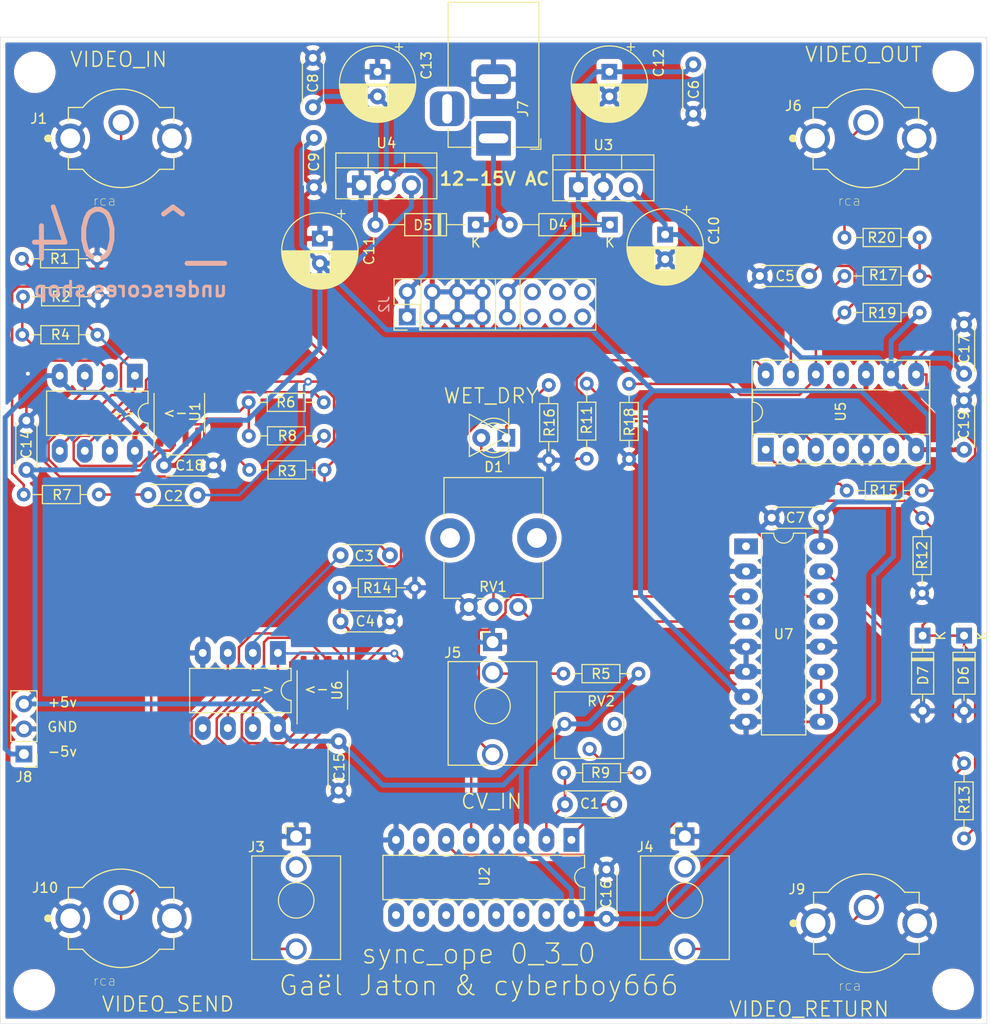
<source format=kicad_pcb>
(kicad_pcb (version 20171130) (host pcbnew 5.1.10)
  (title_block (title Sync-Ope) (date 2019-11-25) (rev 0.2) (company "Gaël Jaton & cyberboy666"))
  (layers (0 F.Cu signal) (31 B.Cu signal) (34 B.Paste user) (35 F.Paste user) (36 B.SilkS user) (37 F.SilkS user) (38 B.Mask user) (39 F.Mask user) (44 Edge.Cuts user))
  (net 0 "")
  (net 1 "Net-(C1-Pad1)")
  (net 2 "Net-(C2-Pad2)")
  (net 3 "Net-(C3-Pad1)")
  (net 4 GND)
  (net 5 "Net-(C5-Pad1)")
  (net 6 +12V)
  (net 7 +5V)
  (net 8 -12V)
  (net 9 -5V)
  (net 10 "Net-(D1-Pad1)")
  (net 11 "Net-(D1-Pad2)")
  (net 12 "Net-(J2-Pad11)")
  (net 13 "Net-(J2-Pad12)")
  (net 14 "Net-(J2-Pad13)")
  (net 15 "Net-(J2-Pad14)")
  (net 16 "Net-(J2-Pad15)")
  (net 17 "Net-(J2-Pad16)")
  (net 18 "Net-(J5-PadTN)")
  (net 19 "Net-(R2-Pad1)")
  (net 20 "Net-(R4-Pad1)")
  (net 21 "Net-(R6-Pad1)")
  (net 22 "Net-(R6-Pad2)")
  (net 23 "Net-(R11-Pad1)")
  (net 24 "Net-(R11-Pad2)")
  (net 25 "Net-(R15-Pad2)")
  (net 26 "Net-(R15-Pad1)")
  (net 27 "Net-(R17-Pad2)")
  (net 28 "Net-(U2-Pad7)")
  (net 29 "Net-(U5-Pad4)")
  (net 30 "Net-(U5-Pad11)")
  (net 31 "Net-(U5-Pad6)")
  (net 32 "Net-(D4-Pad2)")
  (net 33 "Net-(D6-Pad1)")
  (net 34 "Net-(J10-Pad1)")
  (net 35 "Net-(J6-Pad1)")
  (net 36 "Net-(J7-Pad3)")
  (net 37 "Net-(C1-Pad2)")
  (net 38 /blanking/input_blank)
  (net 39 /blanking/video_in)
  (net 40 "Net-(C4-Pad1)")
  (net 41 "Net-(J3-PadTN)")
  (net 42 "Net-(J4-PadTN)")
  (net 43 /blanking/return_blank)
  (net 44 /blanking/control_blank)
  (net 45 "Net-(R3-Pad1)")
  (net 46 "Net-(R9-Pad2)")
  (net 47 /blanking/control_pulse)
  (net 48 "Net-(RV2-Pad3)")
  (net 49 "Net-(U2-Pad5)")
  (net 50 "Net-(U2-Pad6)")
  (net 51 "Net-(U6-Pad7)")
  (net 52 "Net-(U6-Pad5)")
  (net 53 "Net-(U7-Pad13)")
  (net 54 "Net-(U7-Pad1)")
  (module MountingHole:MountingHole_3.2mm_M3 (layer F.Cu) (at 196.6 53.45)
    (fp_text reference REF** hide)
    (fp_text value MountingHole_3.2mm_M3)
    (pad 1 np_thru_hole circle (at 0 0) (size 3.2 3.2) (drill 3.2) (layers *.Cu *.Mask))
  )
  (module MountingHole:MountingHole_3.2mm_M3 (layer F.Cu) (at 196.6 146.5)
    (fp_text reference REF** hide)
    (fp_text value MountingHole_3.2mm_M3)
    (pad 1 np_thru_hole circle (at 0 0) (size 3.2 3.2) (drill 3.2) (layers *.Cu *.Mask))
  )
  (module MountingHole:MountingHole_3.2mm_M3 (layer F.Cu) (at 103.45 146.55)
    (fp_text reference REF** hide)
    (fp_text value MountingHole_3.2mm_M3)
    (pad 1 np_thru_hole circle (at 0 0) (size 3.2 3.2) (drill 3.2) (layers *.Cu *.Mask))
  )
  (module MountingHole:MountingHole_3.2mm_M3 (layer F.Cu) (at 103.5 53.55)
    (fp_text reference REF** hide)
    (fp_text value MountingHole_3.2mm_M3)
    (pad 1 np_thru_hole circle (at 0 0) (size 3.2 3.2) (drill 3.2) (layers *.Cu *.Mask))
  )
  (module Package_DIP:DIP-16_W7.62mm_LongPads (layer F.Cu) (at 175.6 101.6)
    (fp_text reference U7 (at 3.81 8.9) (layer F.SilkS))
    (fp_text value CD4053B)
    (pad 16 thru_hole oval (at 7.62 0) (size 2.4 1.6) (drill 0.8) (layers *.Cu *.Mask) (net 7 +5V))
    (pad 8 thru_hole oval (at 0 17.78) (size 2.4 1.6) (drill 0.8) (layers *.Cu *.Mask) (net 4 GND))
    (pad 15 thru_hole oval (at 7.62 2.54) (size 2.4 1.6) (drill 0.8) (layers *.Cu *.Mask) (net 43 /blanking/return_blank))
    (pad 7 thru_hole oval (at 0 15.24) (size 2.4 1.6) (drill 0.8) (layers *.Cu *.Mask) (net 9 -5V))
    (pad 14 thru_hole oval (at 7.62 5.08) (size 2.4 1.6) (drill 0.8) (layers *.Cu *.Mask) (net 38 /blanking/input_blank))
    (pad 6 thru_hole oval (at 0 12.7) (size 2.4 1.6) (drill 0.8) (layers *.Cu *.Mask) (net 4 GND))
    (pad 13 thru_hole oval (at 7.62 7.62) (size 2.4 1.6) (drill 0.8) (layers *.Cu *.Mask) (net 53 "Net-(U7-Pad13)"))
    (pad 5 thru_hole oval (at 0 10.16) (size 2.4 1.6) (drill 0.8) (layers *.Cu *.Mask) (net 4 GND))
    (pad 12 thru_hole oval (at 7.62 10.16) (size 2.4 1.6) (drill 0.8) (layers *.Cu *.Mask) (net 4 GND))
    (pad 4 thru_hole oval (at 0 7.62) (size 2.4 1.6) (drill 0.8) (layers *.Cu *.Mask) (net 47 /blanking/control_pulse))
    (pad 11 thru_hole oval (at 7.62 12.7) (size 2.4 1.6) (drill 0.8) (layers *.Cu *.Mask) (net 50 "Net-(U2-Pad6)"))
    (pad 3 thru_hole oval (at 0 5.08) (size 2.4 1.6) (drill 0.8) (layers *.Cu *.Mask) (net 44 /blanking/control_blank))
    (pad 10 thru_hole oval (at 7.62 15.24) (size 2.4 1.6) (drill 0.8) (layers *.Cu *.Mask) (net 50 "Net-(U2-Pad6)"))
    (pad 2 thru_hole oval (at 0 2.54) (size 2.4 1.6) (drill 0.8) (layers *.Cu *.Mask) (net 4 GND))
    (pad 9 thru_hole oval (at 7.62 17.78) (size 2.4 1.6) (drill 0.8) (layers *.Cu *.Mask) (net 50 "Net-(U2-Pad6)"))
    (pad 1 thru_hole rect (at 0 0) (size 2.4 1.6) (drill 0.8) (layers *.Cu *.Mask) (net 54 "Net-(U7-Pad1)"))
  )
  (module Capacitor_THT:C_Disc_D4.3mm_W1.9mm_P5.00mm (layer F.Cu) (at 120 96.4 180)
    (fp_text reference C2 (at 2.45 -0.1) (layer F.SilkS))
    (fp_text value 0.1u)
    (pad 2 thru_hole circle (at 5 0 180) (size 1.6 1.6) (drill 0.8) (layers *.Cu *.Mask) (net 2 "Net-(C2-Pad2)"))
    (pad 1 thru_hole circle (at 0 0 180) (size 1.6 1.6) (drill 0.8) (layers *.Cu *.Mask) (net 38 /blanking/input_blank))
  )
  (module Capacitor_THT:C_Disc_D4.3mm_W1.9mm_P5.00mm (layer F.Cu) (at 182 74.2 180)
    (fp_text reference C5 (at 2.45 0) (layer F.SilkS))
    (fp_text value 0.1u)
    (pad 1 thru_hole circle (at 0 0 180) (size 1.6 1.6) (drill 0.8) (layers *.Cu *.Mask) (net 5 "Net-(C5-Pad1)"))
    (pad 2 thru_hole circle (at 5 0 180) (size 1.6 1.6) (drill 0.8) (layers *.Cu *.Mask) (net 4 GND))
  )
  (module Capacitor_THT:C_Disc_D4.3mm_W1.9mm_P5.00mm (layer F.Cu) (at 170.25 52.75 270)
    (fp_text reference C6 (at 2.55 -0.05 90) (layer F.SilkS))
    (fp_text value 0.33u)
    (pad 2 thru_hole circle (at 5 0 270) (size 1.6 1.6) (drill 0.8) (layers *.Cu *.Mask) (net 4 GND))
    (pad 1 thru_hole circle (at 0 0 270) (size 1.6 1.6) (drill 0.8) (layers *.Cu *.Mask) (net 6 +12V))
  )
  (module Capacitor_THT:C_Disc_D4.3mm_W1.9mm_P5.00mm (layer F.Cu) (at 131.7 52.1 270)
    (fp_text reference C8 (at 2.55 0 90) (layer F.SilkS))
    (fp_text value 0.33u)
    (pad 2 thru_hole circle (at 5 0 270) (size 1.6 1.6) (drill 0.8) (layers *.Cu *.Mask) (net 8 -12V))
    (pad 1 thru_hole circle (at 0 0 270) (size 1.6 1.6) (drill 0.8) (layers *.Cu *.Mask) (net 4 GND))
  )
  (module Capacitor_THT:C_Disc_D4.3mm_W1.9mm_P5.00mm (layer F.Cu) (at 131.8 65.2 90)
    (fp_text reference C9 (at 2.55 0 90) (layer F.SilkS))
    (fp_text value 0.1u)
    (pad 1 thru_hole circle (at 0 0 90) (size 1.6 1.6) (drill 0.8) (layers *.Cu *.Mask) (net 4 GND))
    (pad 2 thru_hole circle (at 5 0 90) (size 1.6 1.6) (drill 0.8) (layers *.Cu *.Mask) (net 9 -5V))
  )
  (module Capacitor_THT:CP_Radial_D7.5mm_P2.50mm (layer F.Cu) (at 167.4 70 270)
    (fp_text reference C10 (at -0.4 -4.95 90) (layer F.SilkS))
    (fp_text value 100u)
    (pad 1 thru_hole rect (at 0 0 270) (size 1.6 1.6) (drill 0.8) (layers *.Cu *.Mask) (net 7 +5V))
    (pad 2 thru_hole circle (at 2.5 0 270) (size 1.6 1.6) (drill 0.8) (layers *.Cu *.Mask) (net 4 GND))
  )
  (module Capacitor_THT:CP_Radial_D7.5mm_P2.50mm (layer F.Cu) (at 132.4 70.4 270)
    (fp_text reference C11 (at 1.25 -5 90) (layer F.SilkS))
    (fp_text value 100u)
    (pad 2 thru_hole circle (at 2.5 0 270) (size 1.6 1.6) (drill 0.8) (layers *.Cu *.Mask) (net 9 -5V))
    (pad 1 thru_hole rect (at 0 0 270) (size 1.6 1.6) (drill 0.8) (layers *.Cu *.Mask) (net 4 GND))
  )
  (module Capacitor_THT:CP_Radial_D7.5mm_P2.50mm (layer F.Cu) (at 161.75 53.5 270)
    (fp_text reference C12 (at -0.9 -5 90) (layer F.SilkS))
    (fp_text value 220u)
    (pad 1 thru_hole rect (at 0 0 270) (size 1.6 1.6) (drill 0.8) (layers *.Cu *.Mask) (net 6 +12V))
    (pad 2 thru_hole circle (at 2.5 0 270) (size 1.6 1.6) (drill 0.8) (layers *.Cu *.Mask) (net 4 GND))
  )
  (module Capacitor_THT:CP_Radial_D7.5mm_P2.50mm (layer F.Cu) (at 138.25 53.5 270)
    (fp_text reference C13 (at -0.65 -4.95 90) (layer F.SilkS))
    (fp_text value 220u)
    (pad 2 thru_hole circle (at 2.5 0 270) (size 1.6 1.6) (drill 0.8) (layers *.Cu *.Mask) (net 8 -12V))
    (pad 1 thru_hole rect (at 0 0 270) (size 1.6 1.6) (drill 0.8) (layers *.Cu *.Mask) (net 4 GND))
  )
  (module Diode_THT:D_DO-35_SOD27_P10.16mm_Horizontal (layer F.Cu) (at 161.8 69 180)
    (fp_text reference D4 (at 5.25 0) (layer F.SilkS))
    (fp_text value 1n4007)
    (fp_text user K (at 0 -1.8) (layer F.SilkS))
    (pad 1 thru_hole rect (at 0 0 180) (size 1.6 1.6) (drill 0.8) (layers *.Cu *.Mask) (net 6 +12V))
    (pad 2 thru_hole oval (at 10.16 0 180) (size 1.6 1.6) (drill 0.8) (layers *.Cu *.Mask) (net 32 "Net-(D4-Pad2)"))
  )
  (module Diode_THT:D_DO-35_SOD27_P10.16mm_Horizontal (layer F.Cu) (at 148.2 69 180)
    (fp_text reference D5 (at 5.35 -0.05) (layer F.SilkS))
    (fp_text value 1n4007)
    (fp_text user K (at 0 -1.8) (layer F.SilkS))
    (pad 2 thru_hole oval (at 10.16 0 180) (size 1.6 1.6) (drill 0.8) (layers *.Cu *.Mask) (net 8 -12V))
    (pad 1 thru_hole rect (at 0 0 180) (size 1.6 1.6) (drill 0.8) (layers *.Cu *.Mask) (net 32 "Net-(D4-Pad2)"))
  )
  (module Diode_THT:D_DO-35_SOD27_P7.62mm_Horizontal (layer F.Cu) (at 197.7 110.65 270)
    (fp_text reference D6 (at 4.05 0.05 90) (layer F.SilkS))
    (fp_text value zener_1.8v)
    (fp_text user K (at 0 -1.8 90) (layer F.SilkS))
    (pad 1 thru_hole rect (at 0 0 270) (size 1.6 1.6) (drill 0.8) (layers *.Cu *.Mask) (net 33 "Net-(D6-Pad1)"))
    (pad 2 thru_hole oval (at 7.62 0 270) (size 1.6 1.6) (drill 0.8) (layers *.Cu *.Mask) (net 4 GND))
  )
  (module Diode_THT:D_DO-35_SOD27_P7.62mm_Horizontal (layer F.Cu) (at 193.5 110.65 270)
    (fp_text reference D7 (at 4.05 -0.05 90) (layer F.SilkS))
    (fp_text value schottky)
    (fp_text user K (at 0 -1.8 90) (layer F.SilkS))
    (pad 2 thru_hole oval (at 7.62 0 270) (size 1.6 1.6) (drill 0.8) (layers *.Cu *.Mask) (net 4 GND))
    (pad 1 thru_hole rect (at 0 0 270) (size 1.6 1.6) (drill 0.8) (layers *.Cu *.Mask) (net 33 "Net-(D6-Pad1)"))
  )
  (module Connector_PinHeader_2.54mm:PinHeader_2x08_P2.54mm_Vertical (layer F.Cu) (at 141.25 78.35 90)
    (fp_text reference J2 (at 1.27 -2.33 90) (layer B.SilkS) (effects (justify mirror)))
    (fp_text value europower)
    (pad 1 thru_hole rect (at 0 0 90) (size 1.7 1.7) (drill 1) (layers *.Cu *.Mask) (net 8 -12V))
    (pad 2 thru_hole oval (at 2.54 0 90) (size 1.7 1.7) (drill 1) (layers *.Cu *.Mask) (net 8 -12V))
    (pad 3 thru_hole oval (at 0 2.54 90) (size 1.7 1.7) (drill 1) (layers *.Cu *.Mask) (net 4 GND))
    (pad 4 thru_hole oval (at 2.54 2.54 90) (size 1.7 1.7) (drill 1) (layers *.Cu *.Mask) (net 4 GND))
    (pad 5 thru_hole oval (at 0 5.08 90) (size 1.7 1.7) (drill 1) (layers *.Cu *.Mask) (net 4 GND))
    (pad 6 thru_hole oval (at 2.54 5.08 90) (size 1.7 1.7) (drill 1) (layers *.Cu *.Mask) (net 4 GND))
    (pad 7 thru_hole oval (at 0 7.62 90) (size 1.7 1.7) (drill 1) (layers *.Cu *.Mask) (net 4 GND))
    (pad 8 thru_hole oval (at 2.54 7.62 90) (size 1.7 1.7) (drill 1) (layers *.Cu *.Mask) (net 4 GND))
    (pad 9 thru_hole oval (at 0 10.16 90) (size 1.7 1.7) (drill 1) (layers *.Cu *.Mask) (net 6 +12V))
    (pad 10 thru_hole oval (at 2.54 10.16 90) (size 1.7 1.7) (drill 1) (layers *.Cu *.Mask) (net 6 +12V))
    (pad 11 thru_hole oval (at 0 12.7 90) (size 1.7 1.7) (drill 1) (layers *.Cu *.Mask) (net 12 "Net-(J2-Pad11)"))
    (pad 12 thru_hole oval (at 2.54 12.7 90) (size 1.7 1.7) (drill 1) (layers *.Cu *.Mask) (net 13 "Net-(J2-Pad12)"))
    (pad 13 thru_hole oval (at 0 15.24 90) (size 1.7 1.7) (drill 1) (layers *.Cu *.Mask) (net 14 "Net-(J2-Pad13)"))
    (pad 14 thru_hole oval (at 2.54 15.24 90) (size 1.7 1.7) (drill 1) (layers *.Cu *.Mask) (net 15 "Net-(J2-Pad14)"))
    (pad 15 thru_hole oval (at 0 17.78 90) (size 1.7 1.7) (drill 1) (layers *.Cu *.Mask) (net 16 "Net-(J2-Pad15)"))
    (pad 16 thru_hole oval (at 2.54 17.78 90) (size 1.7 1.7) (drill 1) (layers *.Cu *.Mask) (net 17 "Net-(J2-Pad16)"))
  )
  (module Connector_Audio:Jack_3.5mm_QingPu_WQP-PJ398SM_Vertical_CircularHoles (layer F.Cu) (at 130 131)
    (fp_text reference J3 (at -4.03 1.08 180) (layer F.SilkS))
    (fp_text value mono_jack_3.5mm)
    (pad TN thru_hole circle (at 0 3.1 180) (size 2.13 2.13) (drill 1.42) (layers *.Cu *.Mask) (net 41 "Net-(J3-PadTN)"))
    (pad S thru_hole rect (at 0 0 180) (size 1.93 1.83) (drill 1.22) (layers *.Cu *.Mask) (net 4 GND))
    (pad T thru_hole circle (at 0 11.4 180) (size 2.13 2.13) (drill 1.43) (layers *.Cu *.Mask) (net 34 "Net-(J10-Pad1)"))
  )
  (module Connector_Audio:Jack_3.5mm_QingPu_WQP-PJ398SM_Vertical_CircularHoles (layer F.Cu) (at 169.4 131)
    (fp_text reference J4 (at -4.03 1.08 180) (layer F.SilkS))
    (fp_text value mono_jack_3.5mm)
    (pad TN thru_hole circle (at 0 3.1 180) (size 2.13 2.13) (drill 1.42) (layers *.Cu *.Mask) (net 42 "Net-(J4-PadTN)"))
    (pad S thru_hole rect (at 0 0 180) (size 1.93 1.83) (drill 1.22) (layers *.Cu *.Mask) (net 4 GND))
    (pad T thru_hole circle (at 0 11.4 180) (size 2.13 2.13) (drill 1.43) (layers *.Cu *.Mask) (net 43 /blanking/return_blank))
  )
  (module Connector_BarrelJack:BarrelJack_Horizontal (layer F.Cu) (at 150 60.25 270)
    (fp_text reference J7 (at -3 -3 90) (layer F.SilkS))
    (fp_text value barrel_jack)
    (pad 1 thru_hole rect (at 0 0 270) (size 3.5 3.5) (drill oval 1 3) (layers *.Cu *.Mask) (net 32 "Net-(D4-Pad2)"))
    (pad 2 thru_hole roundrect (at -6 0 270) (size 3 3.5) (drill oval 1 3) (layers *.Cu *.Mask) (net 4 GND))
    (pad 3 thru_hole roundrect (at -3 4.7 270) (size 3.5 3.5) (drill oval 3 1) (layers *.Cu *.Mask) (net 36 "Net-(J7-Pad3)"))
  )
  (module Resistor_THT:R_Axial_DIN0204_L3.6mm_D1.6mm_P7.62mm_Horizontal (layer F.Cu) (at 102.2 72.45)
    (fp_text reference R1 (at 3.81 0) (layer F.SilkS))
    (fp_text value 75)
    (pad 2 thru_hole oval (at 7.62 0) (size 1.4 1.4) (drill 0.7) (layers *.Cu *.Mask) (net 4 GND))
    (pad 1 thru_hole circle (at 0 0) (size 1.4 1.4) (drill 0.7) (layers *.Cu *.Mask) (net 39 /blanking/video_in))
  )
  (module Resistor_THT:R_Axial_DIN0204_L3.6mm_D1.6mm_P7.62mm_Horizontal (layer F.Cu) (at 102.3 76.3)
    (fp_text reference R2 (at 3.85 0) (layer F.SilkS))
    (fp_text value 1.5k)
    (pad 1 thru_hole circle (at 0 0) (size 1.4 1.4) (drill 0.7) (layers *.Cu *.Mask) (net 19 "Net-(R2-Pad1)"))
    (pad 2 thru_hole oval (at 7.62 0) (size 1.4 1.4) (drill 0.7) (layers *.Cu *.Mask) (net 4 GND))
  )
  (module Resistor_THT:R_Axial_DIN0204_L3.6mm_D1.6mm_P7.62mm_Horizontal (layer F.Cu) (at 109.85 80.15 180)
    (fp_text reference R4 (at 3.75 0) (layer F.SilkS))
    (fp_text value 1.5k)
    (pad 1 thru_hole circle (at 0 0 180) (size 1.4 1.4) (drill 0.7) (layers *.Cu *.Mask) (net 20 "Net-(R4-Pad1)"))
    (pad 2 thru_hole oval (at 7.62 0 180) (size 1.4 1.4) (drill 0.7) (layers *.Cu *.Mask) (net 19 "Net-(R2-Pad1)"))
  )
  (module Resistor_THT:R_Axial_DIN0204_L3.6mm_D1.6mm_P7.62mm_Horizontal (layer F.Cu) (at 132.8 87 180)
    (fp_text reference R6 (at 3.85 0) (layer F.SilkS))
    (fp_text value 1.5k)
    (pad 2 thru_hole oval (at 7.62 0 180) (size 1.4 1.4) (drill 0.7) (layers *.Cu *.Mask) (net 22 "Net-(R6-Pad2)"))
    (pad 1 thru_hole circle (at 0 0 180) (size 1.4 1.4) (drill 0.7) (layers *.Cu *.Mask) (net 21 "Net-(R6-Pad1)"))
  )
  (module Resistor_THT:R_Axial_DIN0204_L3.6mm_D1.6mm_P7.62mm_Horizontal (layer F.Cu) (at 110 96.35 180)
    (fp_text reference R7 (at 3.75 -0.05) (layer F.SilkS))
    (fp_text value 100)
    (pad 2 thru_hole oval (at 7.62 0 180) (size 1.4 1.4) (drill 0.7) (layers *.Cu *.Mask) (net 20 "Net-(R4-Pad1)"))
    (pad 1 thru_hole circle (at 0 0 180) (size 1.4 1.4) (drill 0.7) (layers *.Cu *.Mask) (net 2 "Net-(C2-Pad2)"))
  )
  (module Resistor_THT:R_Axial_DIN0204_L3.6mm_D1.6mm_P7.62mm_Horizontal (layer F.Cu) (at 125.2 90.4)
    (fp_text reference R8 (at 3.9 0) (layer F.SilkS))
    (fp_text value 75)
    (pad 1 thru_hole circle (at 0 0) (size 1.4 1.4) (drill 0.7) (layers *.Cu *.Mask) (net 22 "Net-(R6-Pad2)"))
    (pad 2 thru_hole oval (at 7.62 0) (size 1.4 1.4) (drill 0.7) (layers *.Cu *.Mask) (net 34 "Net-(J10-Pad1)"))
  )
  (module Resistor_THT:R_Axial_DIN0204_L3.6mm_D1.6mm_P7.62mm_Horizontal (layer F.Cu) (at 159.45 85.1 270)
    (fp_text reference R11 (at 3.7 0 90) (layer F.SilkS))
    (fp_text value 220)
    (pad 1 thru_hole circle (at 0 0 270) (size 1.4 1.4) (drill 0.7) (layers *.Cu *.Mask) (net 23 "Net-(R11-Pad1)"))
    (pad 2 thru_hole oval (at 7.62 0 270) (size 1.4 1.4) (drill 0.7) (layers *.Cu *.Mask) (net 24 "Net-(R11-Pad2)"))
  )
  (module Resistor_THT:R_Axial_DIN0204_L3.6mm_D1.6mm_P7.62mm_Horizontal (layer F.Cu) (at 193.45 106.35 90)
    (fp_text reference R12 (at 3.85 0 90) (layer F.SilkS))
    (fp_text value 470k)
    (pad 2 thru_hole oval (at 7.62 0 90) (size 1.4 1.4) (drill 0.7) (layers *.Cu *.Mask) (net 33 "Net-(D6-Pad1)"))
    (pad 1 thru_hole circle (at 0 0 90) (size 1.4 1.4) (drill 0.7) (layers *.Cu *.Mask) (net 4 GND))
  )
  (module Resistor_THT:R_Axial_DIN0204_L3.6mm_D1.6mm_P7.62mm_Horizontal (layer F.Cu) (at 197.7 131.2 90)
    (fp_text reference R13 (at 3.9 0.05 90) (layer F.SilkS))
    (fp_text value 75)
    (pad 2 thru_hole oval (at 7.62 0 90) (size 1.4 1.4) (drill 0.7) (layers *.Cu *.Mask) (net 43 /blanking/return_blank))
    (pad 1 thru_hole circle (at 0 0 90) (size 1.4 1.4) (drill 0.7) (layers *.Cu *.Mask) (net 33 "Net-(D6-Pad1)"))
  )
  (module Resistor_THT:R_Axial_DIN0204_L3.6mm_D1.6mm_P7.62mm_Horizontal (layer F.Cu) (at 185.8 95.95)
    (fp_text reference R15 (at 3.75 0) (layer F.SilkS))
    (fp_text value 1.5k)
    (pad 1 thru_hole circle (at 0 0) (size 1.4 1.4) (drill 0.7) (layers *.Cu *.Mask) (net 26 "Net-(R15-Pad1)"))
    (pad 2 thru_hole oval (at 7.62 0) (size 1.4 1.4) (drill 0.7) (layers *.Cu *.Mask) (net 25 "Net-(R15-Pad2)"))
  )
  (module Resistor_THT:R_Axial_DIN0204_L3.6mm_D1.6mm_P7.62mm_Horizontal (layer F.Cu) (at 193.2 74.2 180)
    (fp_text reference R17 (at 3.7 0.1) (layer F.SilkS))
    (fp_text value 1.5k)
    (pad 2 thru_hole oval (at 7.62 0 180) (size 1.4 1.4) (drill 0.7) (layers *.Cu *.Mask) (net 27 "Net-(R17-Pad2)"))
    (pad 1 thru_hole circle (at 0 0 180) (size 1.4 1.4) (drill 0.7) (layers *.Cu *.Mask) (net 25 "Net-(R15-Pad2)"))
  )
  (module Resistor_THT:R_Axial_DIN0204_L3.6mm_D1.6mm_P7.62mm_Horizontal (layer F.Cu) (at 163.75 92.75 90)
    (fp_text reference R18 (at 3.75 0.05 90) (layer F.SilkS))
    (fp_text value 10k)
    (pad 1 thru_hole circle (at 0 0 90) (size 1.4 1.4) (drill 0.7) (layers *.Cu *.Mask) (net 4 GND))
    (pad 2 thru_hole oval (at 7.62 0 90) (size 1.4 1.4) (drill 0.7) (layers *.Cu *.Mask) (net 5 "Net-(C5-Pad1)"))
  )
  (module Resistor_THT:R_Axial_DIN0204_L3.6mm_D1.6mm_P7.62mm_Horizontal (layer F.Cu) (at 193.2 77.9 180)
    (fp_text reference R19 (at 3.8 -0.05) (layer F.SilkS))
    (fp_text value 47k)
    (pad 2 thru_hole oval (at 7.62 0 180) (size 1.4 1.4) (drill 0.7) (layers *.Cu *.Mask) (net 5 "Net-(C5-Pad1)"))
    (pad 1 thru_hole circle (at 0 0 180) (size 1.4 1.4) (drill 0.7) (layers *.Cu *.Mask) (net 7 +5V))
  )
  (module Resistor_THT:R_Axial_DIN0204_L3.6mm_D1.6mm_P7.62mm_Horizontal (layer F.Cu) (at 193.2 70.3 180)
    (fp_text reference R20 (at 3.85 0) (layer F.SilkS))
    (fp_text value 75)
    (pad 1 thru_hole circle (at 0 0 180) (size 1.4 1.4) (drill 0.7) (layers *.Cu *.Mask) (net 25 "Net-(R15-Pad2)"))
    (pad 2 thru_hole oval (at 7.62 0 180) (size 1.4 1.4) (drill 0.7) (layers *.Cu *.Mask) (net 35 "Net-(J6-Pad1)"))
  )
  (module Potentiometer_THT:Potentiometer_Alps_RK09K_Single_Vertical (layer F.Cu) (at 152.5 107.75 90)
    (fp_text reference RV1 (at 2.05 -2.55 180) (layer F.SilkS))
    (fp_text value 10k)
    (pad 3 thru_hole circle (at 0 -5 90) (size 1.8 1.8) (drill 1) (layers *.Cu *.Mask) (net 4 GND))
    (pad 2 thru_hole circle (at 0 -2.5 90) (size 1.8 1.8) (drill 1) (layers *.Cu *.Mask) (net 24 "Net-(R11-Pad2)"))
    (pad 1 thru_hole circle (at 0 0 90) (size 1.8 1.8) (drill 1) (layers *.Cu *.Mask) (net 47 /blanking/control_pulse))
    (pad "" np_thru_hole circle (at 7 -6.9 90) (size 4 4) (drill 2) (layers *.Cu *.Mask))
    (pad "" np_thru_hole circle (at 7 1.9 90) (size 4 4) (drill 2) (layers *.Cu *.Mask))
  )
  (module Package_DIP:DIP-14_W7.62mm_Socket_LongPads (layer F.Cu) (at 177.6 91.8 90)
    (fp_text reference U5 (at 3.85 7.6 90) (layer F.SilkS))
    (fp_text value LT1251)
    (pad 1 thru_hole rect (at 0 0 90) (size 2.4 1.6) (drill 0.8) (layers *.Cu *.Mask) (net 33 "Net-(D6-Pad1)"))
    (pad 8 thru_hole oval (at 7.62 15.24 90) (size 2.4 1.6) (drill 0.8) (layers *.Cu *.Mask) (net 25 "Net-(R15-Pad2)"))
    (pad 2 thru_hole oval (at 0 2.54 90) (size 2.4 1.6) (drill 0.8) (layers *.Cu *.Mask) (net 26 "Net-(R15-Pad1)"))
    (pad 9 thru_hole oval (at 7.62 12.7 90) (size 2.4 1.6) (drill 0.8) (layers *.Cu *.Mask) (net 7 +5V))
    (pad 3 thru_hole oval (at 0 5.08 90) (size 2.4 1.6) (drill 0.8) (layers *.Cu *.Mask) (net 23 "Net-(R11-Pad1)"))
    (pad 10 thru_hole oval (at 7.62 10.16 90) (size 2.4 1.6) (drill 0.8) (layers *.Cu *.Mask) (net 4 GND))
    (pad 4 thru_hole oval (at 0 7.62 90) (size 2.4 1.6) (drill 0.8) (layers *.Cu *.Mask) (net 29 "Net-(U5-Pad4)"))
    (pad 11 thru_hole oval (at 7.62 7.62 90) (size 2.4 1.6) (drill 0.8) (layers *.Cu *.Mask) (net 30 "Net-(U5-Pad11)"))
    (pad 5 thru_hole oval (at 0 10.16 90) (size 2.4 1.6) (drill 0.8) (layers *.Cu *.Mask) (net 4 GND))
    (pad 12 thru_hole oval (at 7.62 5.08 90) (size 2.4 1.6) (drill 0.8) (layers *.Cu *.Mask) (net 5 "Net-(C5-Pad1)"))
    (pad 6 thru_hole oval (at 0 12.7 90) (size 2.4 1.6) (drill 0.8) (layers *.Cu *.Mask) (net 31 "Net-(U5-Pad6)"))
    (pad 13 thru_hole oval (at 7.62 2.54 90) (size 2.4 1.6) (drill 0.8) (layers *.Cu *.Mask) (net 27 "Net-(R17-Pad2)"))
    (pad 7 thru_hole oval (at 0 15.24 90) (size 2.4 1.6) (drill 0.8) (layers *.Cu *.Mask) (net 9 -5V))
    (pad 14 thru_hole oval (at 7.62 0 90) (size 2.4 1.6) (drill 0.8) (layers *.Cu *.Mask) (net 38 /blanking/input_blank))
  )
  (module Package_TO_SOT_THT:TO-220-3_Vertical (layer F.Cu) (at 158.6 65.2)
    (fp_text reference U3 (at 2.54 -4.27) (layer F.SilkS))
    (fp_text value L7805)
    (pad 3 thru_hole oval (at 5.08 0) (size 1.905 2) (drill 1.1) (layers *.Cu *.Mask) (net 7 +5V))
    (pad 2 thru_hole oval (at 2.54 0) (size 1.905 2) (drill 1.1) (layers *.Cu *.Mask) (net 4 GND))
    (pad 1 thru_hole rect (at 0 0) (size 1.905 2) (drill 1.1) (layers *.Cu *.Mask) (net 6 +12V))
  )
  (module Package_TO_SOT_THT:TO-220-3_Vertical (layer F.Cu) (at 136.6 65)
    (fp_text reference U4 (at 2.54 -4.27) (layer F.SilkS))
    (fp_text value L7905)
    (pad 1 thru_hole rect (at 0 0) (size 1.905 2) (drill 1.1) (layers *.Cu *.Mask) (net 4 GND))
    (pad 2 thru_hole oval (at 2.54 0) (size 1.905 2) (drill 1.1) (layers *.Cu *.Mask) (net 8 -12V))
    (pad 3 thru_hole oval (at 5.08 0) (size 1.905 2) (drill 1.1) (layers *.Cu *.Mask) (net 9 -5V))
  )
  (module Capacitor_THT:C_Disc_D4.7mm_W2.5mm_P5.00mm (layer F.Cu) (at 162.25 127.75 180)
    (fp_text reference C1 (at 2.5 0.074999) (layer F.SilkS))
    (fp_text value 0.001u)
    (pad 1 thru_hole circle (at 0 0 180) (size 1.6 1.6) (drill 0.8) (layers *.Cu *.Mask) (net 1 "Net-(C1-Pad1)"))
    (pad 2 thru_hole circle (at 5 0 180) (size 1.6 1.6) (drill 0.8) (layers *.Cu *.Mask) (net 37 "Net-(C1-Pad2)"))
  )
  (module Capacitor_THT:C_Disc_D4.3mm_W1.9mm_P5.00mm (layer F.Cu) (at 134.5 102.5)
    (fp_text reference C3 (at 2.384999 0.074999) (layer F.SilkS))
    (fp_text value 0.1u)
    (pad 1 thru_hole circle (at 0 0) (size 1.6 1.6) (drill 0.8) (layers *.Cu *.Mask) (net 3 "Net-(C3-Pad1)"))
    (pad 2 thru_hole circle (at 5 0) (size 1.6 1.6) (drill 0.8) (layers *.Cu *.Mask) (net 39 /blanking/video_in))
  )
  (module Capacitor_THT:C_Disc_D4.3mm_W1.9mm_P5.00mm (layer F.Cu) (at 134.5 109.2)
    (fp_text reference C4 (at 2.5 0) (layer F.SilkS))
    (fp_text value 0.1u)
    (pad 2 thru_hole circle (at 5 0) (size 1.6 1.6) (drill 0.8) (layers *.Cu *.Mask) (net 4 GND))
    (pad 1 thru_hole circle (at 0 0) (size 1.6 1.6) (drill 0.8) (layers *.Cu *.Mask) (net 40 "Net-(C4-Pad1)"))
  )
  (module Capacitor_THT:C_Disc_D4.3mm_W1.9mm_P5.00mm (layer F.Cu) (at 183.2 98.7 180)
    (fp_text reference C7 (at 2.6 0) (layer F.SilkS))
    (fp_text value 0.1u)
    (pad 1 thru_hole circle (at 0 0 180) (size 1.6 1.6) (drill 0.8) (layers *.Cu *.Mask) (net 7 +5V))
    (pad 2 thru_hole circle (at 5 0 180) (size 1.6 1.6) (drill 0.8) (layers *.Cu *.Mask) (net 4 GND))
  )
  (module Capacitor_THT:C_Disc_D4.3mm_W1.9mm_P5.00mm (layer F.Cu) (at 102.65 93.85 90)
    (fp_text reference C14 (at 2.6 0 90) (layer F.SilkS))
    (fp_text value 0.1u)
    (pad 1 thru_hole circle (at 0 0 90) (size 1.6 1.6) (drill 0.8) (layers *.Cu *.Mask) (net 7 +5V))
    (pad 2 thru_hole circle (at 5 0 90) (size 1.6 1.6) (drill 0.8) (layers *.Cu *.Mask) (net 4 GND))
  )
  (module Capacitor_THT:C_Disc_D4.3mm_W1.9mm_P5.00mm (layer F.Cu) (at 134.3 121.35 270)
    (fp_text reference C15 (at 2.624999 -0.075001 90) (layer F.SilkS))
    (fp_text value 0.1u)
    (pad 2 thru_hole circle (at 5 0 270) (size 1.6 1.6) (drill 0.8) (layers *.Cu *.Mask) (net 4 GND))
    (pad 1 thru_hole circle (at 0 0 270) (size 1.6 1.6) (drill 0.8) (layers *.Cu *.Mask) (net 7 +5V))
  )
  (module Capacitor_THT:C_Disc_D4.3mm_W1.9mm_P5.00mm (layer F.Cu) (at 161.45 139.35 90)
    (fp_text reference C16 (at 2.524999 -0.025001 90) (layer F.SilkS))
    (fp_text value 0.1u)
    (pad 1 thru_hole circle (at 0 0 90) (size 1.6 1.6) (drill 0.8) (layers *.Cu *.Mask) (net 7 +5V))
    (pad 2 thru_hole circle (at 5 0 90) (size 1.6 1.6) (drill 0.8) (layers *.Cu *.Mask) (net 4 GND))
  )
  (module Capacitor_THT:C_Disc_D4.3mm_W1.9mm_P5.00mm (layer F.Cu) (at 197.7 84.1 90)
    (fp_text reference C17 (at 2.474999 0.024999 90) (layer F.SilkS))
    (fp_text value 0.1u)
    (pad 2 thru_hole circle (at 5 0 90) (size 1.6 1.6) (drill 0.8) (layers *.Cu *.Mask) (net 4 GND))
    (pad 1 thru_hole circle (at 0 0 90) (size 1.6 1.6) (drill 0.8) (layers *.Cu *.Mask) (net 7 +5V))
  )
  (module Capacitor_THT:C_Disc_D4.3mm_W1.9mm_P5.00mm (layer F.Cu) (at 121.6 93.4 180)
    (fp_text reference C18 (at 2.4 0) (layer F.SilkS))
    (fp_text value 0.1u)
    (pad 2 thru_hole circle (at 5 0 180) (size 1.6 1.6) (drill 0.8) (layers *.Cu *.Mask) (net 9 -5V))
    (pad 1 thru_hole circle (at 0 0 180) (size 1.6 1.6) (drill 0.8) (layers *.Cu *.Mask) (net 4 GND))
  )
  (module Capacitor_THT:C_Disc_D4.3mm_W1.9mm_P5.00mm (layer F.Cu) (at 197.7 86.8 270)
    (fp_text reference C19 (at 2.504999 0.024999 90) (layer F.SilkS))
    (fp_text value 0.1u)
    (pad 1 thru_hole circle (at 0 0 270) (size 1.6 1.6) (drill 0.8) (layers *.Cu *.Mask) (net 4 GND))
    (pad 2 thru_hole circle (at 5 0 270) (size 1.6 1.6) (drill 0.8) (layers *.Cu *.Mask) (net 9 -5V))
  )
  (module LED_THT:LED_D3.0mm (layer F.Cu) (at 151.3 90.6 180)
    (fp_text reference D1 (at 1.27 -2.96) (layer F.SilkS))
    (fp_text value LED)
    (pad 1 thru_hole rect (at 0 0 180) (size 1.8 1.8) (drill 0.9) (layers *.Cu *.Mask) (net 10 "Net-(D1-Pad1)"))
    (pad 2 thru_hole circle (at 2.54 0 180) (size 1.8 1.8) (drill 0.9) (layers *.Cu *.Mask) (net 11 "Net-(D1-Pad2)"))
  )
  (module lib_fp:tht_vertical_rca (layer F.Cu) (at 112.25 60.25)
    (fp_text reference J1 (at -8.35 -2) (layer F.SilkS) (effects (font (size 1.00143 1.00143))))
    (fp_text value rca (at -1.67672 6.32154) (layer F.SilkS) (effects (font (size 1.00104 1.00104) (thickness 0.05))))
    (pad 1 thru_hole circle (at 0 -1.6) (size 2.55 2.55) (drill 1.7) (layers *.Cu *.Mask) (net 39 /blanking/video_in))
    (pad 2 thru_hole circle (at 5.15 0) (size 3 3) (drill 2) (layers *.Cu *.Mask) (net 4 GND))
    (pad 2 thru_hole circle (at -5.15 0) (size 3 3) (drill 2) (layers *.Cu *.Mask) (net 4 GND))
  )
  (module Connector_Audio:Jack_3.5mm_QingPu_WQP-PJ398SM_Vertical_CircularHoles (layer F.Cu) (at 149.9 111.3)
    (fp_text reference J5 (at -4.03 1.08 180) (layer F.SilkS))
    (fp_text value mono_jack_3.5mm)
    (pad TN thru_hole circle (at 0 3.1 180) (size 2.13 2.13) (drill 1.42) (layers *.Cu *.Mask) (net 18 "Net-(J5-PadTN)"))
    (pad S thru_hole rect (at 0 0 180) (size 1.93 1.83) (drill 1.22) (layers *.Cu *.Mask) (net 4 GND))
    (pad T thru_hole circle (at 0 11.4 180) (size 2.13 2.13) (drill 1.43) (layers *.Cu *.Mask) (net 44 /blanking/control_blank))
  )
  (module lib_fp:tht_vertical_rca (layer F.Cu) (at 187.75 60.25)
    (fp_text reference J6 (at -7.35 -3.3) (layer F.SilkS) (effects (font (size 1.00143 1.00143))))
    (fp_text value rca (at -1.67672 6.32154) (layer F.SilkS) (effects (font (size 1.00104 1.00104) (thickness 0.05))))
    (pad 1 thru_hole circle (at 0 -1.6) (size 2.55 2.55) (drill 1.7) (layers *.Cu *.Mask) (net 35 "Net-(J6-Pad1)"))
    (pad 2 thru_hole circle (at 5.15 0) (size 3 3) (drill 2) (layers *.Cu *.Mask) (net 4 GND))
    (pad 2 thru_hole circle (at -5.15 0) (size 3 3) (drill 2) (layers *.Cu *.Mask) (net 4 GND))
  )
  (module Connector_PinHeader_2.54mm:PinHeader_1x03_P2.54mm_Vertical (layer F.Cu) (at 102.4 122.65 180)
    (fp_text reference J8 (at 0 -2.33) (layer F.SilkS))
    (fp_text value diy_power_header)
    (pad 1 thru_hole rect (at 0 0 180) (size 1.7 1.7) (drill 1) (layers *.Cu *.Mask) (net 9 -5V))
    (pad 2 thru_hole oval (at 0 2.54 180) (size 1.7 1.7) (drill 1) (layers *.Cu *.Mask) (net 4 GND))
    (pad 3 thru_hole oval (at 0 5.08 180) (size 1.7 1.7) (drill 1) (layers *.Cu *.Mask) (net 7 +5V))
  )
  (module lib_fp:tht_vertical_rca (layer F.Cu) (at 187.8 139.8)
    (fp_text reference J9 (at -7.05 -3.45) (layer F.SilkS) (effects (font (size 1.00143 1.00143))))
    (fp_text value rca (at -1.67672 6.32154) (layer F.SilkS) (effects (font (size 1.00104 1.00104) (thickness 0.05))))
    (pad 2 thru_hole circle (at -5.15 0) (size 3 3) (drill 2) (layers *.Cu *.Mask) (net 4 GND))
    (pad 2 thru_hole circle (at 5.15 0) (size 3 3) (drill 2) (layers *.Cu *.Mask) (net 4 GND))
    (pad 1 thru_hole circle (at 0 -1.6) (size 2.55 2.55) (drill 1.7) (layers *.Cu *.Mask) (net 43 /blanking/return_blank))
  )
  (module lib_fp:tht_vertical_rca (layer F.Cu) (at 112.25 139.3)
    (fp_text reference J10 (at -7.7 -3.1) (layer F.SilkS) (effects (font (size 1.00143 1.00143))))
    (fp_text value rca (at -1.67672 6.32154) (layer F.SilkS) (effects (font (size 1.00104 1.00104) (thickness 0.05))))
    (pad 2 thru_hole circle (at -5.15 0) (size 3 3) (drill 2) (layers *.Cu *.Mask) (net 4 GND))
    (pad 2 thru_hole circle (at 5.15 0) (size 3 3) (drill 2) (layers *.Cu *.Mask) (net 4 GND))
    (pad 1 thru_hole circle (at 0 -1.6) (size 2.55 2.55) (drill 1.7) (layers *.Cu *.Mask) (net 34 "Net-(J10-Pad1)"))
  )
  (module Resistor_THT:R_Axial_DIN0204_L3.6mm_D1.6mm_P7.62mm_Horizontal (layer F.Cu) (at 125.25 93.85)
    (fp_text reference R3 (at 3.81 0.13) (layer F.SilkS))
    (fp_text value 510)
    (pad 1 thru_hole circle (at 0 0) (size 1.4 1.4) (drill 0.7) (layers *.Cu *.Mask) (net 45 "Net-(R3-Pad1)"))
    (pad 2 thru_hole oval (at 7.62 0) (size 1.4 1.4) (drill 0.7) (layers *.Cu *.Mask) (net 39 /blanking/video_in))
  )
  (module Resistor_THT:R_Axial_DIN0204_L3.6mm_D1.6mm_P7.62mm_Horizontal (layer F.Cu) (at 164.7 114.5 180)
    (fp_text reference R5 (at 3.81 -0.025001) (layer F.SilkS))
    (fp_text value 39k)
    (pad 2 thru_hole oval (at 7.62 0 180) (size 1.4 1.4) (drill 0.7) (layers *.Cu *.Mask) (net 18 "Net-(J5-PadTN)"))
    (pad 1 thru_hole circle (at 0 0 180) (size 1.4 1.4) (drill 0.7) (layers *.Cu *.Mask) (net 7 +5V))
  )
  (module Resistor_THT:R_Axial_DIN0204_L3.6mm_D1.6mm_P7.62mm_Horizontal (layer F.Cu) (at 134.4 105.8)
    (fp_text reference R14 (at 3.81 0.024999) (layer F.SilkS))
    (fp_text value 680k)
    (pad 2 thru_hole oval (at 7.62 0) (size 1.4 1.4) (drill 0.7) (layers *.Cu *.Mask) (net 4 GND))
    (pad 1 thru_hole circle (at 0 0) (size 1.4 1.4) (drill 0.7) (layers *.Cu *.Mask) (net 40 "Net-(C4-Pad1)"))
  )
  (module Resistor_THT:R_Axial_DIN0204_L3.6mm_D1.6mm_P7.62mm_Horizontal (layer F.Cu) (at 155.6 85.25 270)
    (fp_text reference R16 (at 3.81 -0.075001 90) (layer F.SilkS))
    (fp_text value 1k)
    (pad 1 thru_hole circle (at 0 0 270) (size 1.4 1.4) (drill 0.7) (layers *.Cu *.Mask) (net 10 "Net-(D1-Pad1)"))
    (pad 2 thru_hole oval (at 7.62 0 270) (size 1.4 1.4) (drill 0.7) (layers *.Cu *.Mask) (net 4 GND))
  )
  (module lib_fp:tht_vertical_trim_3362 (layer F.Cu) (at 157.2 119.6 270)
    (fp_text reference RV2 (at -2.3 -3.7) (layer F.SilkS))
    (fp_text value 5k_trim)
    (pad 3 thru_hole circle (at 0 -5.08 270) (size 1.44 1.44) (drill 0.8) (layers *.Cu *.Mask) (net 48 "Net-(RV2-Pad3)"))
    (pad 2 thru_hole circle (at 2.54 -2.54 270) (size 1.44 1.44) (drill 0.8) (layers *.Cu *.Mask) (net 46 "Net-(R9-Pad2)"))
    (pad 1 thru_hole circle (at 0 0 270) (size 1.44 1.44) (drill 0.8) (layers *.Cu *.Mask) (net 7 +5V))
  )
  (module lib_fp:DIP-SOIC-8 (layer F.Cu) (at 119.8 88 270)
    (fp_text reference U1 (at -0.05 0.05 90) (layer F.SilkS))
    (fp_text value AD8072)
    (pad 1 thru_hole rect (at -3.7 6.15 270) (size 2.4 1.6) (drill 0.8) (layers *.Cu *.Mask) (net 20 "Net-(R4-Pad1)"))
    (pad 5 thru_hole oval (at 3.92 13.77 270) (size 2.4 1.6) (drill 0.8) (layers *.Cu *.Mask) (net 38 /blanking/input_blank))
    (pad 2 thru_hole oval (at -3.7 8.69 270) (size 2.4 1.6) (drill 0.8) (layers *.Cu *.Mask) (net 19 "Net-(R2-Pad1)"))
    (pad 6 thru_hole oval (at 3.92 11.23 270) (size 2.4 1.6) (drill 0.8) (layers *.Cu *.Mask) (net 21 "Net-(R6-Pad1)"))
    (pad 3 thru_hole oval (at -3.7 11.23 270) (size 2.4 1.6) (drill 0.8) (layers *.Cu *.Mask) (net 45 "Net-(R3-Pad1)"))
    (pad 7 thru_hole oval (at 3.92 8.69 270) (size 2.4 1.6) (drill 0.8) (layers *.Cu *.Mask) (net 22 "Net-(R6-Pad2)"))
    (pad 4 thru_hole oval (at -3.7 13.77 270) (size 2.4 1.6) (drill 0.8) (layers *.Cu *.Mask) (net 9 -5V))
    (pad 8 thru_hole oval (at 3.92 6.15 270) (size 2.4 1.6) (drill 0.8) (layers *.Cu *.Mask) (net 7 +5V))
    (pad 1 smd roundrect (at 2.525 3.555 90) (size 1.95 0.6) (layers F.Cu F.Paste F.Mask) (net 20 "Net-(R4-Pad1)"))
    (pad 2 smd roundrect (at 2.525 2.285 90) (size 1.95 0.6) (layers F.Cu F.Paste F.Mask) (net 19 "Net-(R2-Pad1)"))
    (pad 3 smd roundrect (at 2.525 1.015 90) (size 1.95 0.6) (layers F.Cu F.Paste F.Mask) (net 45 "Net-(R3-Pad1)"))
    (pad 4 smd roundrect (at 2.525 -0.255 90) (size 1.95 0.6) (layers F.Cu F.Paste F.Mask) (net 9 -5V))
    (pad 5 smd roundrect (at -2.425 -0.255 90) (size 1.95 0.6) (layers F.Cu F.Paste F.Mask) (net 38 /blanking/input_blank))
    (pad 6 smd roundrect (at -2.425 1.015 90) (size 1.95 0.6) (layers F.Cu F.Paste F.Mask) (net 21 "Net-(R6-Pad1)"))
    (pad 7 smd roundrect (at -2.425 2.285 90) (size 1.95 0.6) (layers F.Cu F.Paste F.Mask) (net 22 "Net-(R6-Pad2)"))
    (pad 8 smd roundrect (at -2.425 3.555 90) (size 1.95 0.6) (layers F.Cu F.Paste F.Mask) (net 7 +5V))
  )
  (module Package_DIP:DIP-16_W7.62mm_LongPads (layer F.Cu) (at 157.9 131.35 270)
    (fp_text reference U2 (at 3.7 8.8 90) (layer F.SilkS))
    (fp_text value 74HC4538)
    (pad 1 thru_hole rect (at 0 0 270) (size 2.4 1.6) (drill 0.8) (layers *.Cu *.Mask) (net 1 "Net-(C1-Pad1)"))
    (pad 9 thru_hole oval (at 7.62 17.78 270) (size 2.4 1.6) (drill 0.8) (layers *.Cu *.Mask))
    (pad 2 thru_hole oval (at 0 2.54 270) (size 2.4 1.6) (drill 0.8) (layers *.Cu *.Mask) (net 37 "Net-(C1-Pad2)"))
    (pad 10 thru_hole oval (at 7.62 15.24 270) (size 2.4 1.6) (drill 0.8) (layers *.Cu *.Mask))
    (pad 3 thru_hole oval (at 0 5.08 270) (size 2.4 1.6) (drill 0.8) (layers *.Cu *.Mask) (net 7 +5V))
    (pad 11 thru_hole oval (at 7.62 12.7 270) (size 2.4 1.6) (drill 0.8) (layers *.Cu *.Mask))
    (pad 4 thru_hole oval (at 0 7.62 270) (size 2.4 1.6) (drill 0.8) (layers *.Cu *.Mask) (net 4 GND))
    (pad 12 thru_hole oval (at 7.62 10.16 270) (size 2.4 1.6) (drill 0.8) (layers *.Cu *.Mask))
    (pad 5 thru_hole oval (at 0 10.16 270) (size 2.4 1.6) (drill 0.8) (layers *.Cu *.Mask) (net 49 "Net-(U2-Pad5)"))
    (pad 13 thru_hole oval (at 7.62 7.62 270) (size 2.4 1.6) (drill 0.8) (layers *.Cu *.Mask))
    (pad 6 thru_hole oval (at 0 12.7 270) (size 2.4 1.6) (drill 0.8) (layers *.Cu *.Mask) (net 50 "Net-(U2-Pad6)"))
    (pad 14 thru_hole oval (at 7.62 5.08 270) (size 2.4 1.6) (drill 0.8) (layers *.Cu *.Mask))
    (pad 7 thru_hole oval (at 0 15.24 270) (size 2.4 1.6) (drill 0.8) (layers *.Cu *.Mask) (net 28 "Net-(U2-Pad7)"))
    (pad 15 thru_hole oval (at 7.62 2.54 270) (size 2.4 1.6) (drill 0.8) (layers *.Cu *.Mask))
    (pad 8 thru_hole oval (at 0 17.78 270) (size 2.4 1.6) (drill 0.8) (layers *.Cu *.Mask) (net 4 GND))
    (pad 16 thru_hole oval (at 7.62 0 270) (size 2.4 1.6) (drill 0.8) (layers *.Cu *.Mask) (net 7 +5V))
  )
  (module lib_fp:DIP-SOIC-8 (layer F.Cu) (at 134.3 116.1 270)
    (fp_text reference U6 (at 0.1 0.15 90) (layer F.SilkS))
    (fp_text value LM1881)
    (pad 8 smd roundrect (at -2.425 3.555 90) (size 1.95 0.6) (layers F.Cu F.Paste F.Mask) (net 7 +5V))
    (pad 7 smd roundrect (at -2.425 2.285 90) (size 1.95 0.6) (layers F.Cu F.Paste F.Mask) (net 51 "Net-(U6-Pad7)"))
    (pad 6 smd roundrect (at -2.425 1.015 90) (size 1.95 0.6) (layers F.Cu F.Paste F.Mask) (net 40 "Net-(C4-Pad1)"))
    (pad 5 smd roundrect (at -2.425 -0.255 90) (size 1.95 0.6) (layers F.Cu F.Paste F.Mask) (net 52 "Net-(U6-Pad5)"))
    (pad 4 smd roundrect (at 2.525 -0.255 90) (size 1.95 0.6) (layers F.Cu F.Paste F.Mask) (net 4 GND))
    (pad 3 smd roundrect (at 2.525 1.015 90) (size 1.95 0.6) (layers F.Cu F.Paste F.Mask) (net 11 "Net-(D1-Pad2)"))
    (pad 2 smd roundrect (at 2.525 2.285 90) (size 1.95 0.6) (layers F.Cu F.Paste F.Mask) (net 3 "Net-(C3-Pad1)"))
    (pad 1 smd roundrect (at 2.525 3.555 90) (size 1.95 0.6) (layers F.Cu F.Paste F.Mask) (net 49 "Net-(U2-Pad5)"))
    (pad 8 thru_hole oval (at 3.92 6.15 270) (size 2.4 1.6) (drill 0.8) (layers *.Cu *.Mask) (net 7 +5V))
    (pad 4 thru_hole oval (at -3.7 13.77 270) (size 2.4 1.6) (drill 0.8) (layers *.Cu *.Mask) (net 4 GND))
    (pad 7 thru_hole oval (at 3.92 8.69 270) (size 2.4 1.6) (drill 0.8) (layers *.Cu *.Mask) (net 51 "Net-(U6-Pad7)"))
    (pad 3 thru_hole oval (at -3.7 11.23 270) (size 2.4 1.6) (drill 0.8) (layers *.Cu *.Mask) (net 11 "Net-(D1-Pad2)"))
    (pad 6 thru_hole oval (at 3.92 11.23 270) (size 2.4 1.6) (drill 0.8) (layers *.Cu *.Mask) (net 40 "Net-(C4-Pad1)"))
    (pad 2 thru_hole oval (at -3.7 8.69 270) (size 2.4 1.6) (drill 0.8) (layers *.Cu *.Mask) (net 3 "Net-(C3-Pad1)"))
    (pad 5 thru_hole oval (at 3.92 13.77 270) (size 2.4 1.6) (drill 0.8) (layers *.Cu *.Mask) (net 52 "Net-(U6-Pad5)"))
    (pad 1 thru_hole rect (at -3.7 6.15 270) (size 2.4 1.6) (drill 0.8) (layers *.Cu *.Mask) (net 49 "Net-(U2-Pad5)"))
  )
  (module Resistor_THT:R_Axial_DIN0204_L3.6mm_D1.6mm_P7.62mm_Horizontal (layer F.Cu) (at 157.15 124.55)
    (fp_text reference R9 (at 3.7 0) (layer F.SilkS))
    (fp_text value 10k)
    (pad 1 thru_hole circle (at 0 0) (size 1.4 1.4) (drill 0.7) (layers *.Cu *.Mask) (net 37 "Net-(C1-Pad2)"))
    (pad 2 thru_hole oval (at 7.62 0) (size 1.4 1.4) (drill 0.7) (layers *.Cu *.Mask) (net 46 "Net-(R9-Pad2)"))
  )
  (gr_text "_^ 04" (at 112.75 70.15) (layer B.SilkS) (effects (font (size 5 5) (thickness 0.5)) (justify mirror)))
  (gr_text underscores.shop (at 113.2 75.55) (layer B.SilkS) (effects (font (size 1.5 1.5) (thickness 0.3)) (justify mirror)))
  (gr_text WET_DRY (at 149.75 86.35) (layer F.SilkS) (effects (font (size 1.5 1.5))))
  (gr_text CV_IN (at 149.8 127.45) (layer F.SilkS) (effects (font (size 1.5 1.5))))
  (gr_text "12-15V AC" (at 150.1 64.35) (layer F.SilkS) (effects (font (size 1.3 1.3) (thickness 0.25))))
  (gr_text -> (at 126.55 116.1) (layer F.SilkS) (effects (font (size 1 1))))
  (gr_text -> (at 132.05 116.2 180) (layer F.SilkS) (effects (font (size 1 1))))
  (gr_text -> (at 117.75 88.2 180) (layer F.SilkS) (effects (font (size 1 1))))
  (gr_text -> (at 112.45 88.1) (layer F.SilkS) (effects (font (size 1 1))))
  (gr_text GND (at 106.3 119.9) (layer F.SilkS) (effects (font (size 1 1))))
  (gr_text -5v (at 106.3 122.4) (layer F.SilkS) (effects (font (size 1 1))))
  (gr_text +5v (at 106.3 117.4) (layer F.SilkS) (effects (font (size 1 1))))
  (gr_line (start 147.55 92.5) (end 151.45 90.45) (layer F.SilkS) (width 0.12))
  (gr_line (start 147.55 88.2) (end 147.55 92.5) (layer F.SilkS) (width 0.12))
  (gr_line (start 151.55 90.35) (end 147.55 88.2) (layer F.SilkS) (width 0.12))
  (gr_line (start 151.55 87.6) (end 151.55 93.25) (layer F.SilkS) (width 0.12))
  (gr_line (start 152.7 74.55) (end 152.7 79.55) (layer F.SilkS) (width 0.12))
  (gr_line (start 150.2 74.5) (end 150.2 79.6) (layer F.SilkS) (width 0.12))
  (gr_line (start 142.65 74.5) (end 142.65 79.6) (layer F.SilkS) (width 0.12))
  (gr_text VIDEO_RETURN (at 182 148.5) (layer F.SilkS) (effects (font (size 1.5 1.5))))
  (gr_text VIDEO_OUT (at 187.5 51.75) (layer F.SilkS) (effects (font (size 1.5 1.5))))
  (gr_text VIDEO_IN (at 112 52.25) (layer F.SilkS) (effects (font (size 1.5 1.5))))
  (gr_text VIDEO_SEND (at 117 148) (layer F.SilkS) (effects (font (size 1.5 1.5))))
  (gr_text "sync_ope 0_3_0\nGaël Jaton & cyberboy666" (at 148.5 144.5) (layer F.SilkS) (effects (font (size 2 2))))
  (gr_line (start 100 150) (end 100 50) (layer Edge.Cuts) (width 0.05))
  (gr_line (start 200 150) (end 100 150) (layer Edge.Cuts) (width 0.05))
  (gr_line (start 200 50) (end 200 150) (layer Edge.Cuts) (width 0.05))
  (gr_line (start 100 50) (end 200 50) (layer Edge.Cuts) (width 0.05))
  (segment (start 161.1 127.75) (end 161.11863 127.75) (width 0.25) (layer F.Cu) (net 1))
  (segment (start 157.9 130.95) (end 161.1 127.75) (width 0.25) (layer F.Cu) (net 1))
  (segment (start 161.11863 127.75) (end 162.25 127.75) (width 0.25) (layer F.Cu) (net 1))
  (segment (start 157.9 131.35) (end 157.9 130.95) (width 0.25) (layer F.Cu) (net 1))
  (segment (start 114.95 96.35) (end 115 96.4) (width 0.25) (layer F.Cu) (net 2))
  (segment (start 110 96.35) (end 114.95 96.35) (width 0.25) (layer F.Cu) (net 2))
  (segment (start 123.95 122.9) (end 128.815 122.9) (width 0.25) (layer F.Cu) (net 3))
  (segment (start 121.94499 120.89499) (end 123.95 122.9) (width 0.25) (layer F.Cu) (net 3))
  (segment (start 132.015 119.7) (end 132.015 118.625) (width 0.25) (layer F.Cu) (net 3))
  (segment (start 121.94499 119.0586) (end 121.94499 120.89499) (width 0.25) (layer F.Cu) (net 3))
  (segment (start 128.815 122.9) (end 132.015 119.7) (width 0.25) (layer F.Cu) (net 3))
  (segment (start 125.61 115.39359) (end 121.94499 119.0586) (width 0.25) (layer F.Cu) (net 3))
  (segment (start 125.61 112.4) (end 125.61 115.39359) (width 0.25) (layer F.Cu) (net 3))
  (segment (start 125.61 111.39) (end 125.61 112.4) (width 0.25) (layer B.Cu) (net 3))
  (segment (start 134.5 102.5) (end 125.61 111.39) (width 0.25) (layer B.Cu) (net 3))
  (segment (start 193.5 106.4) (end 193.45 106.35) (width 0.25) (layer F.Cu) (net 4))
  (segment (start 102.65 84.25) (end 102.8 84.1) (width 0.25) (layer F.Cu) (net 4))
  (via (at 102.8 84.1) (size 0.8) (drill 0.4) (layers F.Cu B.Cu) (net 4))
  (segment (start 102.65 88.85) (end 102.65 84.25) (width 0.25) (layer F.Cu) (net 4))
  (segment (start 182.68 80.8) (end 185.58 77.9) (width 0.25) (layer F.Cu) (net 5))
  (segment (start 182.68 84.18) (end 182.68 80.8) (width 0.25) (layer F.Cu) (net 5))
  (segment (start 186.279999 77.200001) (end 185.58 77.9) (width 0.25) (layer F.Cu) (net 5))
  (segment (start 186.605001 73.707999) (end 186.605001 76.874999) (width 0.25) (layer F.Cu) (net 5))
  (segment (start 186.072001 73.174999) (end 186.605001 73.707999) (width 0.25) (layer F.Cu) (net 5))
  (segment (start 183.025001 73.174999) (end 186.072001 73.174999) (width 0.25) (layer F.Cu) (net 5))
  (segment (start 186.605001 76.874999) (end 186.279999 77.200001) (width 0.25) (layer F.Cu) (net 5))
  (segment (start 182 74.2) (end 183.025001 73.174999) (width 0.25) (layer F.Cu) (net 5))
  (segment (start 163.75 85.13) (end 173.88 85.13) (width 0.25) (layer F.Cu) (net 5))
  (segment (start 173.88 85.13) (end 175 86.25) (width 0.25) (layer F.Cu) (net 5))
  (segment (start 182.68 84.58) (end 182.68 84.18) (width 0.25) (layer F.Cu) (net 5))
  (segment (start 181.01 86.25) (end 182.68 84.58) (width 0.25) (layer F.Cu) (net 5))
  (segment (start 175 86.25) (end 181.01 86.25) (width 0.25) (layer F.Cu) (net 5))
  (segment (start 158.6 66.7) (end 158.6 65.2) (width 0.5) (layer B.Cu) (net 6))
  (segment (start 158.6 67.1) (end 158.6 66.7) (width 0.5) (layer B.Cu) (net 6))
  (segment (start 160.5 69) (end 158.6 67.1) (width 0.5) (layer B.Cu) (net 6))
  (segment (start 161.8 69) (end 160.5 69) (width 0.5) (layer B.Cu) (net 6))
  (segment (start 160.45 53.5) (end 161.75 53.5) (width 0.5) (layer B.Cu) (net 6))
  (segment (start 158.6 55.35) (end 160.45 53.5) (width 0.5) (layer B.Cu) (net 6))
  (segment (start 158.6 65.2) (end 158.6 55.35) (width 0.5) (layer B.Cu) (net 6))
  (segment (start 169.5 53.5) (end 170.25 52.75) (width 0.5) (layer B.Cu) (net 6))
  (segment (start 161.75 53.5) (end 169.5 53.5) (width 0.5) (layer B.Cu) (net 6))
  (segment (start 158.22 69) (end 151.41 75.81) (width 0.5) (layer B.Cu) (net 6))
  (segment (start 161.8 69) (end 158.22 69) (width 0.5) (layer B.Cu) (net 6))
  (segment (start 151.41 75.81) (end 151.41 78.35) (width 0.5) (layer B.Cu) (net 6))
  (segment (start 167.4 68.9675) (end 167.4 70) (width 0.5) (layer B.Cu) (net 7))
  (segment (start 163.68 65.2475) (end 167.4 68.9675) (width 0.5) (layer B.Cu) (net 7))
  (segment (start 163.68 65.2) (end 163.68 65.2475) (width 0.5) (layer B.Cu) (net 7))
  (segment (start 181.18 82.48) (end 168.7 70) (width 0.5) (layer B.Cu) (net 7))
  (segment (start 189 82.48) (end 181.18 82.48) (width 0.5) (layer B.Cu) (net 7))
  (segment (start 190.3 83.78) (end 189 82.48) (width 0.5) (layer B.Cu) (net 7))
  (segment (start 168.7 70) (end 167.4 70) (width 0.5) (layer B.Cu) (net 7))
  (segment (start 190.3 84.58) (end 190.3 84.18) (width 0.5) (layer B.Cu) (net 7))
  (segment (start 194.09001 88.37001) (end 190.3 84.58) (width 0.5) (layer B.Cu) (net 7))
  (segment (start 194.09001 93.55999) (end 194.09001 88.37001) (width 0.5) (layer B.Cu) (net 7))
  (segment (start 190.549999 97.100001) (end 194.09001 93.55999) (width 0.5) (layer B.Cu) (net 7))
  (segment (start 190.3 80.8) (end 193.2 77.9) (width 0.5) (layer B.Cu) (net 7))
  (segment (start 190.3 84.18) (end 190.3 80.8) (width 0.5) (layer B.Cu) (net 7))
  (segment (start 116.245 86.65) (end 116.245 85.575) (width 0.5) (layer F.Cu) (net 7))
  (segment (start 116.245 87.625) (end 116.245 86.65) (width 0.5) (layer F.Cu) (net 7))
  (segment (start 113.65 90.22) (end 116.245 87.625) (width 0.5) (layer F.Cu) (net 7))
  (segment (start 113.65 91.92) (end 113.65 90.22) (width 0.5) (layer F.Cu) (net 7))
  (segment (start 128.15 119.62) (end 128.15 120.02) (width 0.5) (layer F.Cu) (net 7))
  (segment (start 129.99499 117.77501) (end 128.15 119.62) (width 0.5) (layer F.Cu) (net 7))
  (segment (start 129.99499 114.42501) (end 129.99499 117.77501) (width 0.5) (layer F.Cu) (net 7))
  (segment (start 130.745 113.675) (end 129.99499 114.42501) (width 0.5) (layer F.Cu) (net 7))
  (segment (start 184.799999 97.100001) (end 183.2 98.7) (width 0.5) (layer B.Cu) (net 7))
  (segment (start 190.549999 97.100001) (end 184.799999 97.100001) (width 0.5) (layer B.Cu) (net 7))
  (segment (start 183.2 101.58) (end 183.22 101.6) (width 0.5) (layer B.Cu) (net 7))
  (segment (start 183.2 98.7) (end 183.2 101.58) (width 0.5) (layer B.Cu) (net 7))
  (segment (start 166.392202 139.35) (end 162.58137 139.35) (width 0.5) (layer B.Cu) (net 7))
  (segment (start 162.58137 139.35) (end 161.45 139.35) (width 0.5) (layer B.Cu) (net 7))
  (segment (start 188.55 117.192202) (end 166.392202 139.35) (width 0.5) (layer B.Cu) (net 7))
  (segment (start 188.55 104.610051) (end 188.55 117.192202) (width 0.5) (layer B.Cu) (net 7))
  (segment (start 190.549999 102.610052) (end 188.55 104.610051) (width 0.5) (layer B.Cu) (net 7))
  (segment (start 190.549999 97.100001) (end 190.549999 102.610052) (width 0.5) (layer B.Cu) (net 7))
  (segment (start 158.28 139.35) (end 157.9 138.97) (width 0.5) (layer B.Cu) (net 7))
  (segment (start 161.45 139.35) (end 158.28 139.35) (width 0.5) (layer B.Cu) (net 7))
  (segment (start 154.12 133.05) (end 152.82 131.75) (width 0.5) (layer B.Cu) (net 7))
  (segment (start 152.82 131.75) (end 152.82 131.35) (width 0.5) (layer B.Cu) (net 7))
  (segment (start 157.9 136.43) (end 154.52 133.05) (width 0.5) (layer B.Cu) (net 7))
  (segment (start 154.52 133.05) (end 154.12 133.05) (width 0.5) (layer B.Cu) (net 7))
  (segment (start 157.9 138.97) (end 157.9 136.43) (width 0.5) (layer B.Cu) (net 7))
  (segment (start 152.82 123.98) (end 157.2 119.6) (width 0.5) (layer B.Cu) (net 7))
  (segment (start 152.82 131.35) (end 152.82 123.98) (width 0.5) (layer B.Cu) (net 7))
  (segment (start 135.099999 122.149999) (end 134.3 121.35) (width 0.5) (layer B.Cu) (net 7))
  (segment (start 138.75 125.8) (end 135.099999 122.149999) (width 0.5) (layer B.Cu) (net 7))
  (segment (start 151 125.8) (end 138.75 125.8) (width 0.5) (layer B.Cu) (net 7))
  (segment (start 152.82 123.98) (end 151 125.8) (width 0.5) (layer B.Cu) (net 7))
  (segment (start 129.48 121.35) (end 128.15 120.02) (width 0.5) (layer B.Cu) (net 7))
  (segment (start 134.3 121.35) (end 129.48 121.35) (width 0.5) (layer B.Cu) (net 7))
  (segment (start 103.602081 117.57) (end 102.4 117.57) (width 0.5) (layer B.Cu) (net 7))
  (segment (start 126.1 117.57) (end 103.602081 117.57) (width 0.5) (layer B.Cu) (net 7))
  (segment (start 128.15 119.62) (end 126.1 117.57) (width 0.5) (layer B.Cu) (net 7))
  (segment (start 128.15 120.02) (end 128.15 119.62) (width 0.5) (layer B.Cu) (net 7))
  (segment (start 103.449999 94.649999) (end 102.65 93.85) (width 0.5) (layer B.Cu) (net 7))
  (segment (start 103.530001 94.730001) (end 103.449999 94.649999) (width 0.5) (layer B.Cu) (net 7))
  (segment (start 103.530001 116.439999) (end 103.530001 94.730001) (width 0.5) (layer B.Cu) (net 7))
  (segment (start 102.4 117.57) (end 103.530001 116.439999) (width 0.5) (layer B.Cu) (net 7))
  (segment (start 103.78137 93.85) (end 102.65 93.85) (width 0.5) (layer B.Cu) (net 7))
  (segment (start 113.42 93.85) (end 103.78137 93.85) (width 0.5) (layer B.Cu) (net 7))
  (segment (start 113.65 93.62) (end 113.42 93.85) (width 0.5) (layer B.Cu) (net 7))
  (segment (start 113.65 91.92) (end 113.65 93.62) (width 0.5) (layer B.Cu) (net 7))
  (segment (start 159.6 119.6) (end 164.7 114.5) (width 0.5) (layer B.Cu) (net 7))
  (segment (start 157.2 119.6) (end 159.6 119.6) (width 0.5) (layer B.Cu) (net 7))
  (segment (start 196.900001 83.300001) (end 197.7 84.1) (width 0.5) (layer B.Cu) (net 7))
  (segment (start 190.3 83.78) (end 191.55001 82.52999) (width 0.5) (layer B.Cu) (net 7))
  (segment (start 196.12999 82.52999) (end 196.900001 83.300001) (width 0.5) (layer B.Cu) (net 7))
  (segment (start 191.55001 82.52999) (end 196.12999 82.52999) (width 0.5) (layer B.Cu) (net 7))
  (segment (start 190.3 84.18) (end 190.3 83.78) (width 0.5) (layer B.Cu) (net 7))
  (segment (start 138.04 66.1) (end 139.14 65) (width 0.5) (layer B.Cu) (net 8))
  (segment (start 138.04 69) (end 138.04 66.1) (width 0.5) (layer B.Cu) (net 8))
  (segment (start 139.14 56.89) (end 138.25 56) (width 0.5) (layer B.Cu) (net 8))
  (segment (start 139.14 65) (end 139.14 56.89) (width 0.5) (layer B.Cu) (net 8))
  (segment (start 132.8 56) (end 131.7 57.1) (width 0.5) (layer B.Cu) (net 8))
  (segment (start 138.25 56) (end 132.8 56) (width 0.5) (layer B.Cu) (net 8))
  (segment (start 143.08251 64.371562) (end 143.08251 73.97749) (width 0.5) (layer B.Cu) (net 8))
  (segment (start 142.099999 74.960001) (end 141.25 75.81) (width 0.5) (layer B.Cu) (net 8))
  (segment (start 143.08251 73.97749) (end 142.099999 74.960001) (width 0.5) (layer B.Cu) (net 8))
  (segment (start 142.210948 63.5) (end 143.08251 64.371562) (width 0.5) (layer B.Cu) (net 8))
  (segment (start 140.5925 63.5) (end 142.210948 63.5) (width 0.5) (layer B.Cu) (net 8))
  (segment (start 139.14 64.9525) (end 140.5925 63.5) (width 0.5) (layer B.Cu) (net 8))
  (segment (start 139.14 65) (end 139.14 64.9525) (width 0.5) (layer B.Cu) (net 8))
  (segment (start 141.25 75.81) (end 141.25 78.35) (width 0.5) (layer B.Cu) (net 8))
  (segment (start 133.53137 72.9) (end 132.4 72.9) (width 0.5) (layer B.Cu) (net 9))
  (segment (start 135.990002 72.9) (end 133.53137 72.9) (width 0.5) (layer B.Cu) (net 9))
  (segment (start 141.68 67.210002) (end 135.990002 72.9) (width 0.5) (layer B.Cu) (net 9))
  (segment (start 141.68 65) (end 141.68 67.210002) (width 0.5) (layer B.Cu) (net 9))
  (segment (start 130.549999 61.450001) (end 131.000001 60.999999) (width 0.5) (layer B.Cu) (net 9))
  (segment (start 130.549999 71.049999) (end 130.549999 61.450001) (width 0.5) (layer B.Cu) (net 9))
  (segment (start 131.000001 60.999999) (end 131.8 60.2) (width 0.5) (layer B.Cu) (net 9))
  (segment (start 132.4 72.9) (end 130.549999 71.049999) (width 0.5) (layer B.Cu) (net 9))
  (segment (start 133.199999 73.699999) (end 132.4 72.9) (width 0.5) (layer B.Cu) (net 9))
  (segment (start 139.150001 79.650001) (end 133.199999 73.699999) (width 0.5) (layer B.Cu) (net 9))
  (segment (start 159.972003 79.650001) (end 139.150001 79.650001) (width 0.5) (layer B.Cu) (net 9))
  (segment (start 166.152012 85.83001) (end 159.972003 79.650001) (width 0.5) (layer B.Cu) (net 9))
  (segment (start 187.27001 85.83001) (end 166.152012 85.83001) (width 0.5) (layer B.Cu) (net 9))
  (segment (start 192.84 91.4) (end 187.27001 85.83001) (width 0.5) (layer B.Cu) (net 9))
  (segment (start 192.84 91.8) (end 192.84 91.4) (width 0.5) (layer B.Cu) (net 9))
  (segment (start 192.84 92.2) (end 192.84 91.8) (width 0.5) (layer B.Cu) (net 9))
  (segment (start 164.900001 87.082021) (end 166.152012 85.83001) (width 0.5) (layer B.Cu) (net 9))
  (segment (start 119.68429 91.449254) (end 119.68429 90.89571) (width 0.5) (layer F.Cu) (net 9))
  (segment (start 117.733544 93.4) (end 119.68429 91.449254) (width 0.5) (layer F.Cu) (net 9))
  (segment (start 116.6 93.4) (end 117.733544 93.4) (width 0.5) (layer F.Cu) (net 9))
  (segment (start 119.68429 90.89571) (end 120.055 90.525) (width 0.5) (layer F.Cu) (net 9))
  (segment (start 121.18001 88.81999) (end 116.6 93.4) (width 0.5) (layer B.Cu) (net 9))
  (segment (start 125.062012 88.81999) (end 121.18001 88.81999) (width 0.5) (layer B.Cu) (net 9))
  (segment (start 132.4 81.482002) (end 125.062012 88.81999) (width 0.5) (layer B.Cu) (net 9))
  (segment (start 132.4 72.9) (end 132.4 81.482002) (width 0.5) (layer B.Cu) (net 9))
  (segment (start 106.03 84.7) (end 106.03 84.3) (width 0.5) (layer B.Cu) (net 9))
  (segment (start 107.33 86) (end 106.03 84.7) (width 0.5) (layer B.Cu) (net 9))
  (segment (start 110.33137 86) (end 107.33 86) (width 0.5) (layer B.Cu) (net 9))
  (segment (start 116.6 92.26863) (end 110.33137 86) (width 0.5) (layer B.Cu) (net 9))
  (segment (start 116.6 93.4) (end 116.6 92.26863) (width 0.5) (layer B.Cu) (net 9))
  (segment (start 104.73 84.3) (end 100.5 88.53) (width 0.5) (layer B.Cu) (net 9))
  (segment (start 106.03 84.3) (end 104.73 84.3) (width 0.5) (layer B.Cu) (net 9))
  (segment (start 101.05 122.65) (end 102.4 122.65) (width 0.5) (layer B.Cu) (net 9))
  (segment (start 100.5 122.1) (end 101.05 122.65) (width 0.5) (layer B.Cu) (net 9))
  (segment (start 100.5 88.53) (end 100.5 122.1) (width 0.5) (layer B.Cu) (net 9))
  (segment (start 175.2 116.84) (end 175.6 116.84) (width 0.5) (layer B.Cu) (net 9))
  (segment (start 164.900001 106.540001) (end 175.2 116.84) (width 0.5) (layer B.Cu) (net 9))
  (segment (start 164.900001 87.082021) (end 164.900001 106.540001) (width 0.5) (layer B.Cu) (net 9))
  (segment (start 192.84 91.8) (end 197.7 91.8) (width 0.5) (layer F.Cu) (net 9))
  (segment (start 155.5 85.25) (end 155.6 85.25) (width 0.25) (layer F.Cu) (net 10))
  (segment (start 151.3 89.45) (end 155.5 85.25) (width 0.25) (layer F.Cu) (net 10))
  (segment (start 151.3 90.6) (end 151.3 89.45) (width 0.25) (layer F.Cu) (net 10))
  (segment (start 133.285 119.7) (end 133.285 118.625) (width 0.25) (layer F.Cu) (net 11))
  (segment (start 129.63499 123.35001) (end 133.285 119.7) (width 0.25) (layer F.Cu) (net 11))
  (segment (start 121.869006 123.35001) (end 129.63499 123.35001) (width 0.25) (layer F.Cu) (net 11))
  (segment (start 119.40499 120.885994) (end 121.869006 123.35001) (width 0.25) (layer F.Cu) (net 11))
  (segment (start 119.40499 119.154006) (end 119.40499 120.885994) (width 0.25) (layer F.Cu) (net 11))
  (segment (start 123.07 115.488996) (end 119.40499 119.154006) (width 0.25) (layer F.Cu) (net 11))
  (segment (start 123.07 112.4) (end 123.07 115.488996) (width 0.25) (layer F.Cu) (net 11))
  (segment (start 133.65571 116.857468) (end 148.76 101.753178) (width 0.25) (layer F.Cu) (net 11))
  (segment (start 133.65571 118.25429) (end 133.65571 116.857468) (width 0.25) (layer F.Cu) (net 11))
  (segment (start 148.76 91.872792) (end 148.76 90.6) (width 0.25) (layer F.Cu) (net 11))
  (segment (start 148.76 101.753178) (end 148.76 91.872792) (width 0.25) (layer F.Cu) (net 11))
  (segment (start 133.285 118.625) (end 133.65571 118.25429) (width 0.25) (layer F.Cu) (net 11))
  (segment (start 150 114.5) (end 149.9 114.4) (width 0.25) (layer F.Cu) (net 18))
  (segment (start 157.08 114.5) (end 150 114.5) (width 0.25) (layer F.Cu) (net 18))
  (segment (start 117.215 91.9) (end 117.515 91.6) (width 0.25) (layer F.Cu) (net 19))
  (segment (start 117.515 91.6) (end 117.515 90.525) (width 0.25) (layer F.Cu) (net 19))
  (segment (start 116.297414 91.9) (end 117.215 91.9) (width 0.25) (layer F.Cu) (net 19))
  (segment (start 114.302394 93.89502) (end 116.297414 91.9) (width 0.25) (layer F.Cu) (net 19))
  (segment (start 106.014016 93.89502) (end 114.302394 93.89502) (width 0.25) (layer F.Cu) (net 19))
  (segment (start 104.90499 92.785994) (end 106.014016 93.89502) (width 0.25) (layer F.Cu) (net 19))
  (segment (start 111.11 84.848996) (end 104.90499 91.054006) (width 0.25) (layer F.Cu) (net 19))
  (segment (start 104.90499 91.054006) (end 104.90499 92.785994) (width 0.25) (layer F.Cu) (net 19))
  (segment (start 111.11 84.3) (end 111.11 84.848996) (width 0.25) (layer F.Cu) (net 19))
  (segment (start 102.23 76.37) (end 102.3 76.3) (width 0.25) (layer F.Cu) (net 19))
  (segment (start 102.23 80.15) (end 102.23 76.37) (width 0.25) (layer F.Cu) (net 19))
  (segment (start 111.11 83.9) (end 111.11 84.3) (width 0.25) (layer F.Cu) (net 19))
  (segment (start 109.98499 82.77499) (end 111.11 83.9) (width 0.25) (layer F.Cu) (net 19))
  (segment (start 104.85499 82.77499) (end 109.98499 82.77499) (width 0.25) (layer F.Cu) (net 19))
  (segment (start 102.23 80.15) (end 104.85499 82.77499) (width 0.25) (layer F.Cu) (net 19))
  (segment (start 115.87429 90.89571) (end 116.245 90.525) (width 0.25) (layer F.Cu) (net 20))
  (segment (start 115.87429 91.686714) (end 115.87429 90.89571) (width 0.25) (layer F.Cu) (net 20))
  (segment (start 114.115994 93.44501) (end 115.87429 91.686714) (width 0.25) (layer F.Cu) (net 20))
  (segment (start 108.104006 93.44501) (end 114.115994 93.44501) (width 0.25) (layer F.Cu) (net 20))
  (segment (start 107.44499 92.785994) (end 108.104006 93.44501) (width 0.25) (layer F.Cu) (net 20))
  (segment (start 107.44499 91.054006) (end 107.44499 92.785994) (width 0.25) (layer F.Cu) (net 20))
  (segment (start 113.65 85.75) (end 109.00501 90.39499) (width 0.25) (layer F.Cu) (net 20))
  (segment (start 108.104006 90.39499) (end 107.44499 91.054006) (width 0.25) (layer F.Cu) (net 20))
  (segment (start 109.00501 90.39499) (end 108.104006 90.39499) (width 0.25) (layer F.Cu) (net 20))
  (segment (start 113.65 84.3) (end 113.65 85.75) (width 0.25) (layer F.Cu) (net 20))
  (segment (start 113.65 83.95) (end 113.65 84.3) (width 0.25) (layer B.Cu) (net 20))
  (segment (start 109.85 80.15) (end 113.65 83.95) (width 0.25) (layer B.Cu) (net 20))
  (segment (start 109.150001 79.450001) (end 109.85 80.15) (width 0.25) (layer F.Cu) (net 20))
  (segment (start 101.807999 75.274999) (end 104.974999 75.274999) (width 0.25) (layer F.Cu) (net 20))
  (segment (start 101.204999 75.877999) (end 101.807999 75.274999) (width 0.25) (layer F.Cu) (net 20))
  (segment (start 101.204999 94.18505) (end 101.204999 75.877999) (width 0.25) (layer F.Cu) (net 20))
  (segment (start 104.974999 75.274999) (end 109.150001 79.450001) (width 0.25) (layer F.Cu) (net 20))
  (segment (start 102.38 95.360051) (end 101.204999 94.18505) (width 0.25) (layer F.Cu) (net 20))
  (segment (start 102.38 96.35) (end 102.38 95.360051) (width 0.25) (layer F.Cu) (net 20))
  (segment (start 108.57 91.52) (end 108.57 91.92) (width 0.25) (layer F.Cu) (net 21))
  (segment (start 110.02 90.47) (end 109.62 90.47) (width 0.25) (layer F.Cu) (net 21))
  (segment (start 109.62 90.47) (end 108.57 91.52) (width 0.25) (layer F.Cu) (net 21))
  (segment (start 114.775001 85.714999) (end 110.02 90.47) (width 0.25) (layer F.Cu) (net 21))
  (segment (start 114.775001 84.761821) (end 114.775001 85.714999) (width 0.25) (layer F.Cu) (net 21))
  (segment (start 115.711841 83.824981) (end 114.775001 84.761821) (width 0.25) (layer F.Cu) (net 21))
  (segment (start 117.411748 83.82498) (end 115.711841 83.824981) (width 0.25) (layer F.Cu) (net 21))
  (segment (start 118.41429 84.827522) (end 117.411748 83.82498) (width 0.25) (layer F.Cu) (net 21))
  (segment (start 118.41429 85.20429) (end 118.41429 84.827522) (width 0.25) (layer F.Cu) (net 21))
  (segment (start 118.785 85.575) (end 118.41429 85.20429) (width 0.25) (layer F.Cu) (net 21))
  (segment (start 118.785 86.65) (end 118.785 85.575) (width 0.25) (layer F.Cu) (net 21))
  (segment (start 119.01001 86.87501) (end 118.785 86.65) (width 0.25) (layer F.Cu) (net 21))
  (segment (start 120.401758 86.87501) (end 119.01001 86.87501) (width 0.25) (layer F.Cu) (net 21))
  (segment (start 131.774999 85.974999) (end 121.301769 85.974999) (width 0.25) (layer F.Cu) (net 21))
  (segment (start 121.301769 85.974999) (end 120.401758 86.87501) (width 0.25) (layer F.Cu) (net 21))
  (segment (start 132.8 87) (end 131.774999 85.974999) (width 0.25) (layer F.Cu) (net 21))
  (segment (start 125.2 87.02) (end 125.18 87) (width 0.25) (layer F.Cu) (net 22))
  (segment (start 125.2 90.4) (end 125.2 87.02) (width 0.25) (layer F.Cu) (net 22))
  (segment (start 111.11 90.07359) (end 111.11 91.92) (width 0.25) (layer F.Cu) (net 22))
  (segment (start 116.591758 84.27499) (end 115.898242 84.27499) (width 0.25) (layer F.Cu) (net 22))
  (segment (start 115.898242 84.27499) (end 115.55 84.623232) (width 0.25) (layer F.Cu) (net 22))
  (segment (start 115.55 85.63359) (end 111.11 90.07359) (width 0.25) (layer F.Cu) (net 22))
  (segment (start 115.55 84.623232) (end 115.55 85.63359) (width 0.25) (layer F.Cu) (net 22))
  (segment (start 117.14429 84.827522) (end 116.591758 84.27499) (width 0.25) (layer F.Cu) (net 22))
  (segment (start 117.14429 85.20429) (end 117.14429 84.827522) (width 0.25) (layer F.Cu) (net 22))
  (segment (start 117.515 85.575) (end 117.14429 85.20429) (width 0.25) (layer F.Cu) (net 22))
  (segment (start 117.515 86.65) (end 118.765 87.9) (width 0.25) (layer F.Cu) (net 22))
  (segment (start 117.515 85.575) (end 117.515 86.65) (width 0.25) (layer F.Cu) (net 22))
  (segment (start 124.28 87.9) (end 125.18 87) (width 0.25) (layer F.Cu) (net 22))
  (segment (start 118.765 87.9) (end 124.28 87.9) (width 0.25) (layer F.Cu) (net 22))
  (segment (start 182.68 91.4) (end 182.68 91.8) (width 0.25) (layer F.Cu) (net 23))
  (segment (start 179.73 88.45) (end 182.68 91.4) (width 0.25) (layer F.Cu) (net 23))
  (segment (start 162.8 88.45) (end 179.73 88.45) (width 0.25) (layer F.Cu) (net 23))
  (segment (start 159.45 85.1) (end 162.8 88.45) (width 0.25) (layer F.Cu) (net 23))
  (segment (start 158.460051 92.72) (end 159.45 92.72) (width 0.25) (layer F.Cu) (net 24))
  (segment (start 150 101.180051) (end 158.460051 92.72) (width 0.25) (layer F.Cu) (net 24))
  (segment (start 150 107.75) (end 150 101.180051) (width 0.25) (layer F.Cu) (net 24))
  (segment (start 193.2 70.3) (end 193.2 74.2) (width 0.25) (layer F.Cu) (net 25))
  (segment (start 194.189949 74.2) (end 195.15 75.160051) (width 0.25) (layer F.Cu) (net 25))
  (segment (start 193.2 74.2) (end 194.189949 74.2) (width 0.25) (layer F.Cu) (net 25))
  (segment (start 192.84 82.73) (end 192.84 84.18) (width 0.25) (layer F.Cu) (net 25))
  (segment (start 195.15 80.42) (end 192.84 82.73) (width 0.25) (layer F.Cu) (net 25))
  (segment (start 195.15 75.160051) (end 195.15 80.42) (width 0.25) (layer F.Cu) (net 25))
  (segment (start 192.84 84.18) (end 193.89 84.18) (width 0.25) (layer F.Cu) (net 25))
  (segment (start 194.409949 95.95) (end 193.42 95.95) (width 0.25) (layer F.Cu) (net 25))
  (segment (start 198.825001 92.340001) (end 195.215002 95.95) (width 0.25) (layer F.Cu) (net 25))
  (segment (start 198.825001 91.259999) (end 198.825001 92.340001) (width 0.25) (layer F.Cu) (net 25))
  (segment (start 193.89 86.324998) (end 198.825001 91.259999) (width 0.25) (layer F.Cu) (net 25))
  (segment (start 195.215002 95.95) (end 194.409949 95.95) (width 0.25) (layer F.Cu) (net 25))
  (segment (start 193.89 84.18) (end 193.89 86.324998) (width 0.25) (layer F.Cu) (net 25))
  (segment (start 180.14 92.2) (end 180.14 91.8) (width 0.25) (layer F.Cu) (net 26))
  (segment (start 183.190001 95.250001) (end 180.14 92.2) (width 0.25) (layer F.Cu) (net 26))
  (segment (start 185.100001 95.250001) (end 183.190001 95.250001) (width 0.25) (layer F.Cu) (net 26))
  (segment (start 185.8 95.95) (end 185.100001 95.250001) (width 0.25) (layer F.Cu) (net 26))
  (segment (start 180.14 79.64) (end 185.58 74.2) (width 0.25) (layer F.Cu) (net 27))
  (segment (start 180.14 84.18) (end 180.14 79.64) (width 0.25) (layer F.Cu) (net 27))
  (segment (start 150 67.36) (end 151.64 69) (width 0.5) (layer B.Cu) (net 32))
  (segment (start 150 60.25) (end 150 67.36) (width 0.5) (layer B.Cu) (net 32))
  (segment (start 150 68.5) (end 150 67.36) (width 0.5) (layer B.Cu) (net 32))
  (segment (start 149.5 69) (end 150 68.5) (width 0.5) (layer B.Cu) (net 32))
  (segment (start 148.2 69) (end 149.5 69) (width 0.5) (layer B.Cu) (net 32))
  (segment (start 197.7 110.65) (end 193.5 110.65) (width 0.25) (layer F.Cu) (net 33))
  (segment (start 198.825001 130.074999) (end 197.7 131.2) (width 0.25) (layer F.Cu) (net 33))
  (segment (start 198.825001 112.825001) (end 198.825001 130.074999) (width 0.25) (layer F.Cu) (net 33))
  (segment (start 197.7 111.7) (end 198.825001 112.825001) (width 0.25) (layer F.Cu) (net 33))
  (segment (start 197.7 110.65) (end 197.7 111.7) (width 0.25) (layer F.Cu) (net 33))
  (segment (start 193.5 109.6) (end 193.5 110.65) (width 0.25) (layer F.Cu) (net 33))
  (segment (start 194.9 108.2) (end 193.5 109.6) (width 0.25) (layer F.Cu) (net 33))
  (segment (start 194.9 100.18) (end 194.9 108.2) (width 0.25) (layer F.Cu) (net 33))
  (segment (start 193.45 98.73) (end 194.9 100.18) (width 0.25) (layer F.Cu) (net 33))
  (segment (start 192.750001 98.030001) (end 193.45 98.73) (width 0.25) (layer F.Cu) (net 33))
  (segment (start 191.695001 96.975001) (end 192.750001 98.030001) (width 0.25) (layer F.Cu) (net 33))
  (segment (start 182.375001 96.975001) (end 191.695001 96.975001) (width 0.25) (layer F.Cu) (net 33))
  (segment (start 177.6 92.2) (end 182.375001 96.975001) (width 0.25) (layer F.Cu) (net 33))
  (segment (start 177.6 91.8) (end 177.6 92.2) (width 0.25) (layer F.Cu) (net 33))
  (segment (start 128.493863 142.4) (end 130 142.4) (width 0.25) (layer F.Cu) (net 34))
  (segment (start 112.25 139.503122) (end 115.146878 142.4) (width 0.25) (layer F.Cu) (net 34))
  (segment (start 115.146878 142.4) (end 128.493863 142.4) (width 0.25) (layer F.Cu) (net 34))
  (segment (start 112.25 137.7) (end 112.25 139.503122) (width 0.25) (layer F.Cu) (net 34))
  (segment (start 115.3 107.92) (end 132.82 90.4) (width 0.25) (layer F.Cu) (net 34))
  (segment (start 115.3 134.65) (end 115.3 107.92) (width 0.25) (layer F.Cu) (net 34))
  (segment (start 112.25 137.7) (end 115.3 134.65) (width 0.25) (layer F.Cu) (net 34))
  (segment (start 185.58 60.82) (end 187.75 58.65) (width 0.25) (layer F.Cu) (net 35))
  (segment (start 185.58 70.3) (end 185.58 60.82) (width 0.25) (layer F.Cu) (net 35))
  (segment (start 155.36 129.64) (end 157.25 127.75) (width 0.25) (layer F.Cu) (net 37))
  (segment (start 155.36 131.35) (end 155.36 129.64) (width 0.25) (layer F.Cu) (net 37))
  (segment (start 157.25 124.65) (end 157.15 124.55) (width 0.25) (layer F.Cu) (net 37))
  (segment (start 157.25 127.75) (end 157.25 124.65) (width 0.25) (layer F.Cu) (net 37))
  (segment (start 160.302998 82.73) (end 158.424999 84.607999) (width 0.25) (layer F.Cu) (net 38))
  (segment (start 176.55 82.73) (end 160.302998 82.73) (width 0.25) (layer F.Cu) (net 38))
  (segment (start 158.424999 84.607999) (end 158.424999 85.592001) (width 0.25) (layer F.Cu) (net 38))
  (segment (start 177.6 83.78) (end 176.55 82.73) (width 0.25) (layer F.Cu) (net 38))
  (segment (start 177.6 84.18) (end 177.6 83.78) (width 0.25) (layer F.Cu) (net 38))
  (segment (start 112.23501 83.129988) (end 112.23501 86.263986) (width 0.25) (layer F.Cu) (net 38))
  (segment (start 120.055 85.575) (end 120.055 84.289998) (width 0.25) (layer F.Cu) (net 38))
  (segment (start 113.989999 81.374999) (end 112.23501 83.129988) (width 0.25) (layer F.Cu) (net 38))
  (segment (start 117.140001 81.374999) (end 113.989999 81.374999) (width 0.25) (layer F.Cu) (net 38))
  (segment (start 120.055 84.289998) (end 117.140001 81.374999) (width 0.25) (layer F.Cu) (net 38))
  (segment (start 106.03 91.52) (end 106.03 91.92) (width 0.25) (layer F.Cu) (net 38))
  (segment (start 111.286014 86.263986) (end 106.03 91.52) (width 0.25) (layer F.Cu) (net 38))
  (segment (start 112.23501 86.263986) (end 111.286014 86.263986) (width 0.25) (layer F.Cu) (net 38))
  (via (at 131.2 84.9) (size 0.8) (drill 0.4) (layers F.Cu B.Cu) (net 38))
  (segment (start 120.73 84.9) (end 131.2 84.9) (width 0.25) (layer F.Cu) (net 38))
  (segment (start 120.055 85.575) (end 120.73 84.9) (width 0.25) (layer F.Cu) (net 38))
  (segment (start 124.217002 96.4) (end 121.13137 96.4) (width 0.25) (layer B.Cu) (net 38))
  (segment (start 130.800001 89.817001) (end 124.217002 96.4) (width 0.25) (layer B.Cu) (net 38))
  (segment (start 121.13137 96.4) (end 120 96.4) (width 0.25) (layer B.Cu) (net 38))
  (segment (start 130.800001 85.299999) (end 130.800001 89.817001) (width 0.25) (layer B.Cu) (net 38))
  (segment (start 131.2 84.9) (end 130.800001 85.299999) (width 0.25) (layer B.Cu) (net 38))
  (segment (start 161.733008 88.90001) (end 158.424999 85.592001) (width 0.25) (layer F.Cu) (net 38))
  (segment (start 165.485012 88.90001) (end 161.733008 88.90001) (width 0.25) (layer F.Cu) (net 38))
  (segment (start 177.5 100.914998) (end 165.485012 88.90001) (width 0.25) (layer F.Cu) (net 38))
  (segment (start 181.77 106.68) (end 177.5 102.41) (width 0.25) (layer F.Cu) (net 38))
  (segment (start 177.5 102.41) (end 177.5 100.914998) (width 0.25) (layer F.Cu) (net 38))
  (segment (start 183.22 106.68) (end 181.77 106.68) (width 0.25) (layer F.Cu) (net 38))
  (segment (start 131.765685 84.9) (end 131.2 84.9) (width 0.25) (layer F.Cu) (net 38))
  (segment (start 133.845001 90.892001) (end 133.845001 86.527999) (width 0.25) (layer F.Cu) (net 38))
  (segment (start 131.844999 92.892003) (end 133.845001 90.892001) (width 0.25) (layer F.Cu) (net 38))
  (segment (start 131.844999 96.510001) (end 131.844999 92.892003) (width 0.25) (layer F.Cu) (net 38))
  (segment (start 138.959999 103.625001) (end 131.844999 96.510001) (width 0.25) (layer F.Cu) (net 38))
  (segment (start 133.845001 86.527999) (end 132.217002 84.9) (width 0.25) (layer F.Cu) (net 38))
  (segment (start 140.040001 103.625001) (end 138.959999 103.625001) (width 0.25) (layer F.Cu) (net 38))
  (segment (start 140.625001 103.040001) (end 140.040001 103.625001) (width 0.25) (layer F.Cu) (net 38))
  (segment (start 132.217002 84.9) (end 131.765685 84.9) (width 0.25) (layer F.Cu) (net 38))
  (segment (start 140.625001 96.921997) (end 140.625001 103.040001) (width 0.25) (layer F.Cu) (net 38))
  (segment (start 154.816998 82.73) (end 140.625001 96.921997) (width 0.25) (layer F.Cu) (net 38))
  (segment (start 160.302998 82.73) (end 154.816998 82.73) (width 0.25) (layer F.Cu) (net 38))
  (segment (start 112.25 71.6) (end 113.25 72.6) (width 0.25) (layer F.Cu) (net 39))
  (segment (start 112.25 58.65) (end 112.25 71.6) (width 0.25) (layer F.Cu) (net 39))
  (segment (start 103.225001 73.475001) (end 112.374999 73.475001) (width 0.25) (layer F.Cu) (net 39))
  (segment (start 112.450001 73.399999) (end 113.25 72.6) (width 0.25) (layer F.Cu) (net 39))
  (segment (start 112.374999 73.475001) (end 112.450001 73.399999) (width 0.25) (layer F.Cu) (net 39))
  (segment (start 102.2 72.45) (end 103.225001 73.475001) (width 0.25) (layer F.Cu) (net 39))
  (segment (start 121.1 70.55) (end 135.2 84.65) (width 0.25) (layer F.Cu) (net 39))
  (segment (start 115.3 70.55) (end 121.1 70.55) (width 0.25) (layer F.Cu) (net 39))
  (segment (start 113.25 72.6) (end 115.3 70.55) (width 0.25) (layer F.Cu) (net 39))
  (segment (start 135.2 91.52) (end 132.87 93.85) (width 0.25) (layer F.Cu) (net 39))
  (segment (start 135.2 84.65) (end 135.2 91.52) (width 0.25) (layer F.Cu) (net 39))
  (segment (start 132.87 95.87) (end 139.5 102.5) (width 0.25) (layer F.Cu) (net 39))
  (segment (start 132.87 93.85) (end 132.87 95.87) (width 0.25) (layer F.Cu) (net 39))
  (segment (start 123.07 119.62) (end 123.07 120.02) (width 0.25) (layer F.Cu) (net 40))
  (segment (start 123.07 118.57) (end 123.07 120.02) (width 0.25) (layer F.Cu) (net 40))
  (segment (start 126.73501 115.21499) (end 123.65 118.3) (width 0.25) (layer F.Cu) (net 40))
  (segment (start 126.73501 111.31499) (end 126.73501 115.21499) (width 0.25) (layer F.Cu) (net 40))
  (segment (start 123.34 118.3) (end 123.07 118.57) (width 0.25) (layer F.Cu) (net 40))
  (segment (start 123.65 118.3) (end 123.34 118.3) (width 0.25) (layer F.Cu) (net 40))
  (segment (start 127.175001 110.874999) (end 126.73501 111.31499) (width 0.25) (layer F.Cu) (net 40))
  (segment (start 130.926409 110.874999) (end 127.175001 110.874999) (width 0.25) (layer F.Cu) (net 40))
  (segment (start 132.91429 112.86288) (end 130.926409 110.874999) (width 0.25) (layer F.Cu) (net 40))
  (segment (start 132.91429 113.30429) (end 132.91429 112.86288) (width 0.25) (layer F.Cu) (net 40))
  (segment (start 133.285 113.675) (end 132.91429 113.30429) (width 0.25) (layer F.Cu) (net 40))
  (segment (start 134.4 109.1) (end 134.5 109.2) (width 0.25) (layer F.Cu) (net 40))
  (segment (start 134.4 105.8) (end 134.4 109.1) (width 0.25) (layer F.Cu) (net 40))
  (segment (start 133.285 114.75) (end 133.285 113.675) (width 0.25) (layer F.Cu) (net 40))
  (segment (start 133.51001 114.97501) (end 133.285 114.75) (width 0.25) (layer F.Cu) (net 40))
  (segment (start 134.901758 114.97501) (end 133.51001 114.97501) (width 0.25) (layer F.Cu) (net 40))
  (segment (start 135.299999 114.576769) (end 134.901758 114.97501) (width 0.25) (layer F.Cu) (net 40))
  (segment (start 135.299999 109.999999) (end 135.299999 114.576769) (width 0.25) (layer F.Cu) (net 40))
  (segment (start 134.5 109.2) (end 135.299999 109.999999) (width 0.25) (layer F.Cu) (net 40))
  (segment (start 187.75 138.25) (end 187.8 138.2) (width 0.25) (layer F.Cu) (net 43))
  (segment (start 183.6 142.4) (end 169.4 142.4) (width 0.25) (layer F.Cu) (net 43))
  (segment (start 187.8 138.2) (end 183.6 142.4) (width 0.25) (layer F.Cu) (net 43))
  (segment (start 189.074999 132.468609) (end 197.513599 124.030009) (width 0.25) (layer F.Cu) (net 43))
  (segment (start 197.513599 124.030009) (end 197.7 124.030009) (width 0.25) (layer F.Cu) (net 43))
  (segment (start 189.074999 136.925001) (end 189.074999 132.468609) (width 0.25) (layer F.Cu) (net 43))
  (segment (start 187.8 138.2) (end 189.074999 136.925001) (width 0.25) (layer F.Cu) (net 43))
  (segment (start 183.62 104.14) (end 183.22 104.14) (width 0.25) (layer F.Cu) (net 43))
  (segment (start 196.574999 117.094999) (end 183.62 104.14) (width 0.25) (layer F.Cu) (net 43))
  (segment (start 196.574999 122.454999) (end 196.574999 117.094999) (width 0.25) (layer F.Cu) (net 43))
  (segment (start 197.7 123.58) (end 196.574999 122.454999) (width 0.25) (layer F.Cu) (net 43))
  (segment (start 148.509999 121.309999) (end 148.835001 121.635001) (width 0.25) (layer F.Cu) (net 44))
  (segment (start 148.509999 110.224999) (end 148.509999 121.309999) (width 0.25) (layer F.Cu) (net 44))
  (segment (start 149.503003 110.059999) (end 148.674999 110.059999) (width 0.25) (layer F.Cu) (net 44))
  (segment (start 148.835001 121.635001) (end 149.9 122.7) (width 0.25) (layer F.Cu) (net 44))
  (segment (start 151.225001 108.338001) (end 149.503003 110.059999) (width 0.25) (layer F.Cu) (net 44))
  (segment (start 153.088001 106.524999) (end 151.925001 106.524999) (width 0.25) (layer F.Cu) (net 44))
  (segment (start 148.674999 110.059999) (end 148.509999 110.224999) (width 0.25) (layer F.Cu) (net 44))
  (segment (start 151.925001 106.524999) (end 151.225001 107.224999) (width 0.25) (layer F.Cu) (net 44))
  (segment (start 153.243002 106.68) (end 153.088001 106.524999) (width 0.25) (layer F.Cu) (net 44))
  (segment (start 151.225001 107.224999) (end 151.225001 108.338001) (width 0.25) (layer F.Cu) (net 44))
  (segment (start 175.6 106.68) (end 153.243002 106.68) (width 0.25) (layer F.Cu) (net 44))
  (segment (start 118.785 89.45) (end 118.785 90.525) (width 0.25) (layer F.Cu) (net 45))
  (segment (start 119.01001 89.22499) (end 118.785 89.45) (width 0.25) (layer F.Cu) (net 45))
  (segment (start 120.401758 89.22499) (end 119.01001 89.22499) (width 0.25) (layer F.Cu) (net 45))
  (segment (start 120.68001 89.503242) (end 120.401758 89.22499) (width 0.25) (layer F.Cu) (net 45))
  (segment (start 120.68001 91.546758) (end 120.68001 89.503242) (width 0.25) (layer F.Cu) (net 45))
  (segment (start 117.701767 94.525001) (end 120.68001 91.546758) (width 0.25) (layer F.Cu) (net 45))
  (segment (start 104.454981 92.972395) (end 106.007587 94.525001) (width 0.25) (layer F.Cu) (net 45))
  (segment (start 104.45498 89.86502) (end 104.454981 92.972395) (width 0.25) (layer F.Cu) (net 45))
  (segment (start 106.007587 94.525001) (end 117.701767 94.525001) (width 0.25) (layer F.Cu) (net 45))
  (segment (start 108.57 85.75) (end 104.45498 89.86502) (width 0.25) (layer F.Cu) (net 45))
  (segment (start 108.57 84.3) (end 108.57 85.75) (width 0.25) (layer F.Cu) (net 45))
  (segment (start 122.946758 91.546758) (end 125.25 93.85) (width 0.25) (layer F.Cu) (net 45))
  (segment (start 120.68001 91.546758) (end 122.946758 91.546758) (width 0.25) (layer F.Cu) (net 45))
  (segment (start 162.15 124.55) (end 159.74 122.14) (width 0.25) (layer F.Cu) (net 46))
  (segment (start 164.77 124.55) (end 162.15 124.55) (width 0.25) (layer F.Cu) (net 46))
  (segment (start 153.97 109.22) (end 152.5 107.75) (width 0.25) (layer F.Cu) (net 47))
  (segment (start 175.6 109.22) (end 153.97 109.22) (width 0.25) (layer F.Cu) (net 47))
  (segment (start 130.37429 118.99571) (end 130.745 118.625) (width 0.25) (layer F.Cu) (net 49))
  (segment (start 130.37429 119.97571) (end 130.37429 118.99571) (width 0.25) (layer F.Cu) (net 49))
  (segment (start 128.80499 121.54501) (end 130.37429 119.97571) (width 0.25) (layer F.Cu) (net 49))
  (segment (start 124.48499 120.885994) (end 125.144006 121.54501) (width 0.25) (layer F.Cu) (net 49))
  (segment (start 124.48499 118.66219) (end 124.48499 120.885994) (width 0.25) (layer F.Cu) (net 49))
  (segment (start 125.144006 121.54501) (end 128.80499 121.54501) (width 0.25) (layer F.Cu) (net 49))
  (segment (start 128.15 114.99718) (end 124.48499 118.66219) (width 0.25) (layer F.Cu) (net 49))
  (segment (start 128.15 112.4) (end 128.15 114.99718) (width 0.25) (layer F.Cu) (net 49))
  (via (at 139.95 112.45) (size 0.8) (drill 0.4) (layers F.Cu B.Cu) (net 49))
  (segment (start 147.74 120.24) (end 139.95 112.45) (width 0.25) (layer F.Cu) (net 49))
  (segment (start 147.74 131.35) (end 147.74 120.24) (width 0.25) (layer F.Cu) (net 49))
  (segment (start 128.2 112.45) (end 128.15 112.4) (width 0.25) (layer B.Cu) (net 49))
  (segment (start 139.95 112.45) (end 128.2 112.45) (width 0.25) (layer B.Cu) (net 49))
  (segment (start 181.77 119.38) (end 183.22 119.38) (width 0.25) (layer F.Cu) (net 50))
  (segment (start 165.059997 132.875001) (end 178.554998 119.38) (width 0.25) (layer F.Cu) (net 50))
  (segment (start 146.325001 132.875001) (end 165.059997 132.875001) (width 0.25) (layer F.Cu) (net 50))
  (segment (start 178.554998 119.38) (end 181.77 119.38) (width 0.25) (layer F.Cu) (net 50))
  (segment (start 145.2 131.75) (end 146.325001 132.875001) (width 0.25) (layer F.Cu) (net 50))
  (segment (start 145.2 131.35) (end 145.2 131.75) (width 0.25) (layer F.Cu) (net 50))
  (segment (start 183.22 119.38) (end 183.22 116.84) (width 0.25) (layer F.Cu) (net 50))
  (segment (start 183.22 116.84) (end 183.22 114.3) (width 0.25) (layer F.Cu) (net 50))
  (segment (start 125.61 118.57) (end 125.61 120.02) (width 0.25) (layer F.Cu) (net 51))
  (segment (start 125.61 118.17359) (end 125.61 118.57) (width 0.25) (layer F.Cu) (net 51))
  (segment (start 129.4 113.373232) (end 129.4 114.38359) (width 0.25) (layer F.Cu) (net 51))
  (segment (start 130.398242 112.37499) (end 129.4 113.373232) (width 0.25) (layer F.Cu) (net 51))
  (segment (start 131.78999 112.37499) (end 130.398242 112.37499) (width 0.25) (layer F.Cu) (net 51))
  (segment (start 129.4 114.38359) (end 125.61 118.17359) (width 0.25) (layer F.Cu) (net 51))
  (segment (start 132.015 112.6) (end 131.78999 112.37499) (width 0.25) (layer F.Cu) (net 51))
  (segment (start 132.015 113.675) (end 132.015 112.6) (width 0.25) (layer F.Cu) (net 51))
  (segment (start 124.19501 115.95499) (end 120.53 119.62) (width 0.25) (layer F.Cu) (net 52))
  (segment (start 124.19501 111.823986) (end 124.19501 115.95499) (width 0.25) (layer F.Cu) (net 52))
  (segment (start 125.594007 110.424989) (end 124.19501 111.823986) (width 0.25) (layer F.Cu) (net 52))
  (segment (start 132.379989 110.424989) (end 125.594007 110.424989) (width 0.25) (layer F.Cu) (net 52))
  (segment (start 134.555 112.6) (end 132.379989 110.424989) (width 0.25) (layer F.Cu) (net 52))
  (segment (start 120.53 119.62) (end 120.53 120.02) (width 0.25) (layer F.Cu) (net 52))
  (segment (start 134.555 113.675) (end 134.555 112.6) (width 0.25) (layer F.Cu) (net 52))
  (zone (net 4) (net_name GND) (layer F.Cu) (connect_pads (clearance 0.508)) (min_thickness 0.254) (fill yes (arc_segments 32) (thermal_gap 0.508) (thermal_bridge_width 0.508))
    (polygon (pts (xy 100 50) (xy 200 50) (xy 200 150) (xy 100 150)))
  )
  (zone (net 4) (net_name GND) (layer B.Cu) (connect_pads (clearance 0.508)) (min_thickness 0.254) (fill yes (arc_segments 32) (thermal_gap 0.508) (thermal_bridge_width 0.508))
    (polygon (pts (xy 100 50) (xy 200 50) (xy 200 150) (xy 100 150)))
  )
)
</source>
